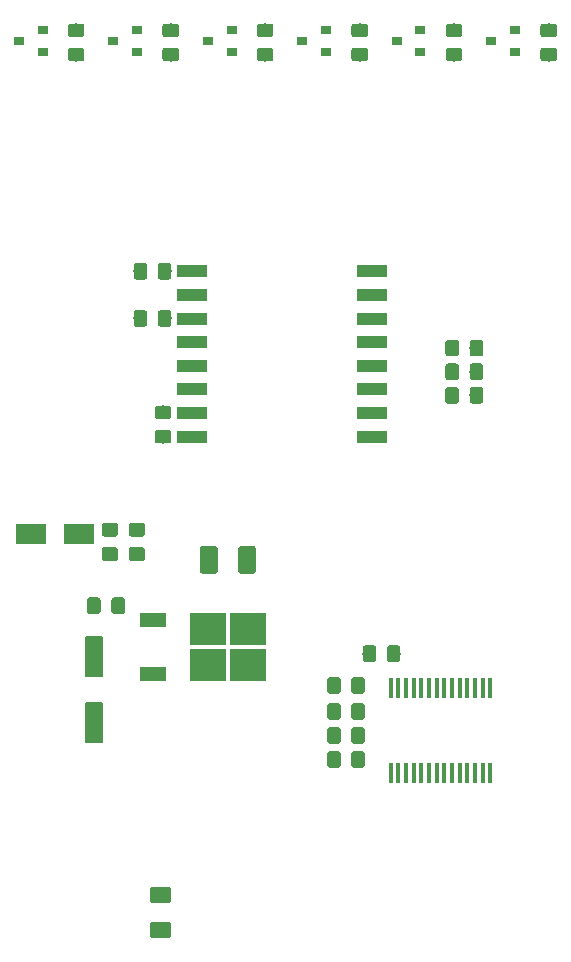
<source format=gbr>
G04 #@! TF.GenerationSoftware,KiCad,Pcbnew,(5.1.0)-1*
G04 #@! TF.CreationDate,2022-02-26T19:57:31-08:00*
G04 #@! TF.ProjectId,BITLINK_12F_R1,4249544c-494e-44b5-9f31-32465f52312e,rev?*
G04 #@! TF.SameCoordinates,PX7755c18PY8cd1ce0*
G04 #@! TF.FileFunction,Paste,Top*
G04 #@! TF.FilePolarity,Positive*
%FSLAX45Y45*%
G04 Gerber Fmt 4.5, Leading zero omitted, Abs format (unit mm)*
G04 Created by KiCad (PCBNEW (5.1.0)-1) date 2022-02-26 19:57:31*
%MOMM*%
%LPD*%
G04 APERTURE LIST*
%ADD10R,3.050000X2.750000*%
%ADD11R,2.200000X1.200000*%
%ADD12R,2.500000X1.000000*%
%ADD13C,0.100000*%
%ADD14C,1.600000*%
%ADD15R,0.900000X0.800000*%
%ADD16C,1.150000*%
%ADD17R,0.450000X1.750000*%
%ADD18C,1.425000*%
%ADD19C,1.500000*%
%ADD20R,2.500000X1.800000*%
G04 APERTURE END LIST*
D10*
X1786980Y2779520D03*
X2121980Y3084520D03*
X1786980Y3084520D03*
X2121980Y2779520D03*
D11*
X1324480Y2704020D03*
X1324480Y3160020D03*
D12*
X1653000Y6116000D03*
X1653000Y5916000D03*
X1653000Y5716000D03*
X1653000Y5516000D03*
X1653000Y5316000D03*
X1653000Y5116000D03*
X1653000Y4916000D03*
X1653000Y4716000D03*
X3173000Y4716000D03*
X3173000Y4916000D03*
X3173000Y5116000D03*
X3173000Y5316000D03*
X3173000Y5516000D03*
X3173000Y5716000D03*
X3173000Y5916000D03*
X3173000Y6116000D03*
D13*
G36*
X879270Y3028880D02*
G01*
X881697Y3028520D01*
X884077Y3027923D01*
X886387Y3027097D01*
X888605Y3026048D01*
X890709Y3024787D01*
X892680Y3023325D01*
X894498Y3021678D01*
X896145Y3019860D01*
X897607Y3017889D01*
X898868Y3015785D01*
X899917Y3013567D01*
X900743Y3011257D01*
X901340Y3008877D01*
X901700Y3006450D01*
X901820Y3004000D01*
X901820Y2704000D01*
X901700Y2701550D01*
X901340Y2699123D01*
X900743Y2696743D01*
X899917Y2694433D01*
X898868Y2692215D01*
X897607Y2690111D01*
X896145Y2688140D01*
X894498Y2686322D01*
X892680Y2684675D01*
X890709Y2683213D01*
X888605Y2681952D01*
X886387Y2680903D01*
X884077Y2680077D01*
X881697Y2679480D01*
X879270Y2679120D01*
X876820Y2679000D01*
X766820Y2679000D01*
X764370Y2679120D01*
X761943Y2679480D01*
X759563Y2680077D01*
X757253Y2680903D01*
X755035Y2681952D01*
X752931Y2683213D01*
X750960Y2684675D01*
X749142Y2686322D01*
X747495Y2688140D01*
X746033Y2690111D01*
X744772Y2692215D01*
X743723Y2694433D01*
X742896Y2696743D01*
X742300Y2699123D01*
X741940Y2701550D01*
X741820Y2704000D01*
X741820Y3004000D01*
X741940Y3006450D01*
X742300Y3008877D01*
X742896Y3011257D01*
X743723Y3013567D01*
X744772Y3015785D01*
X746033Y3017889D01*
X747495Y3019860D01*
X749142Y3021678D01*
X750960Y3023325D01*
X752931Y3024787D01*
X755035Y3026048D01*
X757253Y3027097D01*
X759563Y3027923D01*
X761943Y3028520D01*
X764370Y3028880D01*
X766820Y3029000D01*
X876820Y3029000D01*
X879270Y3028880D01*
X879270Y3028880D01*
G37*
D14*
X821820Y2854000D03*
D13*
G36*
X879270Y2468880D02*
G01*
X881697Y2468520D01*
X884077Y2467924D01*
X886387Y2467097D01*
X888605Y2466048D01*
X890709Y2464787D01*
X892680Y2463325D01*
X894498Y2461678D01*
X896145Y2459860D01*
X897607Y2457889D01*
X898868Y2455785D01*
X899917Y2453567D01*
X900743Y2451257D01*
X901340Y2448877D01*
X901700Y2446450D01*
X901820Y2444000D01*
X901820Y2144000D01*
X901700Y2141550D01*
X901340Y2139123D01*
X900743Y2136743D01*
X899917Y2134433D01*
X898868Y2132215D01*
X897607Y2130111D01*
X896145Y2128140D01*
X894498Y2126322D01*
X892680Y2124675D01*
X890709Y2123213D01*
X888605Y2121952D01*
X886387Y2120903D01*
X884077Y2120077D01*
X881697Y2119480D01*
X879270Y2119120D01*
X876820Y2119000D01*
X766820Y2119000D01*
X764370Y2119120D01*
X761943Y2119480D01*
X759563Y2120077D01*
X757253Y2120903D01*
X755035Y2121952D01*
X752931Y2123213D01*
X750960Y2124675D01*
X749142Y2126322D01*
X747495Y2128140D01*
X746033Y2130111D01*
X744772Y2132215D01*
X743723Y2134433D01*
X742896Y2136743D01*
X742300Y2139123D01*
X741940Y2141550D01*
X741820Y2144000D01*
X741820Y2444000D01*
X741940Y2446450D01*
X742300Y2448877D01*
X742896Y2451257D01*
X743723Y2453567D01*
X744772Y2455785D01*
X746033Y2457889D01*
X747495Y2459860D01*
X749142Y2461678D01*
X750960Y2463325D01*
X752931Y2464787D01*
X755035Y2466048D01*
X757253Y2467097D01*
X759563Y2467924D01*
X761943Y2468520D01*
X764370Y2468880D01*
X766820Y2469000D01*
X876820Y2469000D01*
X879270Y2468880D01*
X879270Y2468880D01*
G37*
D14*
X821820Y2294000D03*
D15*
X4186000Y8066000D03*
X4386000Y8161000D03*
X4386000Y7971000D03*
D13*
G36*
X2887870Y2053330D02*
G01*
X2890297Y2052970D01*
X2892677Y2052373D01*
X2894987Y2051547D01*
X2897205Y2050498D01*
X2899309Y2049237D01*
X2901280Y2047775D01*
X2903098Y2046128D01*
X2904745Y2044310D01*
X2906207Y2042339D01*
X2907468Y2040235D01*
X2908517Y2038017D01*
X2909343Y2035707D01*
X2909940Y2033327D01*
X2910300Y2030900D01*
X2910420Y2028450D01*
X2910420Y1938450D01*
X2910300Y1935999D01*
X2909940Y1933573D01*
X2909343Y1931193D01*
X2908517Y1928883D01*
X2907468Y1926665D01*
X2906207Y1924561D01*
X2904745Y1922590D01*
X2903098Y1920772D01*
X2901280Y1919125D01*
X2899309Y1917663D01*
X2897205Y1916402D01*
X2894987Y1915353D01*
X2892677Y1914526D01*
X2890297Y1913930D01*
X2887870Y1913570D01*
X2885420Y1913450D01*
X2820420Y1913450D01*
X2817969Y1913570D01*
X2815543Y1913930D01*
X2813163Y1914526D01*
X2810853Y1915353D01*
X2808635Y1916402D01*
X2806531Y1917663D01*
X2804560Y1919125D01*
X2802742Y1920772D01*
X2801095Y1922590D01*
X2799633Y1924561D01*
X2798372Y1926665D01*
X2797323Y1928883D01*
X2796496Y1931193D01*
X2795900Y1933573D01*
X2795540Y1935999D01*
X2795420Y1938450D01*
X2795420Y2028450D01*
X2795540Y2030900D01*
X2795900Y2033327D01*
X2796496Y2035707D01*
X2797323Y2038017D01*
X2798372Y2040235D01*
X2799633Y2042339D01*
X2801095Y2044310D01*
X2802742Y2046128D01*
X2804560Y2047775D01*
X2806531Y2049237D01*
X2808635Y2050498D01*
X2810853Y2051547D01*
X2813163Y2052373D01*
X2815543Y2052970D01*
X2817969Y2053330D01*
X2820420Y2053450D01*
X2885420Y2053450D01*
X2887870Y2053330D01*
X2887870Y2053330D01*
G37*
D16*
X2852920Y1983450D03*
D13*
G36*
X3092870Y2053330D02*
G01*
X3095297Y2052970D01*
X3097677Y2052373D01*
X3099987Y2051547D01*
X3102205Y2050498D01*
X3104309Y2049237D01*
X3106280Y2047775D01*
X3108098Y2046128D01*
X3109745Y2044310D01*
X3111207Y2042339D01*
X3112468Y2040235D01*
X3113517Y2038017D01*
X3114343Y2035707D01*
X3114940Y2033327D01*
X3115300Y2030900D01*
X3115420Y2028450D01*
X3115420Y1938450D01*
X3115300Y1935999D01*
X3114940Y1933573D01*
X3114343Y1931193D01*
X3113517Y1928883D01*
X3112468Y1926665D01*
X3111207Y1924561D01*
X3109745Y1922590D01*
X3108098Y1920772D01*
X3106280Y1919125D01*
X3104309Y1917663D01*
X3102205Y1916402D01*
X3099987Y1915353D01*
X3097677Y1914526D01*
X3095297Y1913930D01*
X3092870Y1913570D01*
X3090420Y1913450D01*
X3025420Y1913450D01*
X3022969Y1913570D01*
X3020543Y1913930D01*
X3018163Y1914526D01*
X3015853Y1915353D01*
X3013635Y1916402D01*
X3011531Y1917663D01*
X3009560Y1919125D01*
X3007742Y1920772D01*
X3006095Y1922590D01*
X3004633Y1924561D01*
X3003372Y1926665D01*
X3002323Y1928883D01*
X3001496Y1931193D01*
X3000900Y1933573D01*
X3000540Y1935999D01*
X3000420Y1938450D01*
X3000420Y2028450D01*
X3000540Y2030900D01*
X3000900Y2033327D01*
X3001496Y2035707D01*
X3002323Y2038017D01*
X3003372Y2040235D01*
X3004633Y2042339D01*
X3006095Y2044310D01*
X3007742Y2046128D01*
X3009560Y2047775D01*
X3011531Y2049237D01*
X3013635Y2050498D01*
X3015853Y2051547D01*
X3018163Y2052373D01*
X3020543Y2052970D01*
X3022969Y2053330D01*
X3025420Y2053450D01*
X3090420Y2053450D01*
X3092870Y2053330D01*
X3092870Y2053330D01*
G37*
D16*
X3057920Y1983450D03*
D13*
G36*
X855870Y3355080D02*
G01*
X858297Y3354720D01*
X860677Y3354123D01*
X862987Y3353297D01*
X865205Y3352248D01*
X867309Y3350987D01*
X869280Y3349525D01*
X871098Y3347878D01*
X872745Y3346060D01*
X874207Y3344089D01*
X875468Y3341985D01*
X876517Y3339767D01*
X877343Y3337457D01*
X877940Y3335077D01*
X878300Y3332650D01*
X878420Y3330200D01*
X878420Y3240200D01*
X878300Y3237749D01*
X877940Y3235323D01*
X877343Y3232943D01*
X876517Y3230633D01*
X875468Y3228415D01*
X874207Y3226311D01*
X872745Y3224340D01*
X871098Y3222522D01*
X869280Y3220875D01*
X867309Y3219413D01*
X865205Y3218152D01*
X862987Y3217103D01*
X860677Y3216276D01*
X858297Y3215680D01*
X855870Y3215320D01*
X853420Y3215200D01*
X788420Y3215200D01*
X785969Y3215320D01*
X783543Y3215680D01*
X781163Y3216276D01*
X778853Y3217103D01*
X776635Y3218152D01*
X774531Y3219413D01*
X772560Y3220875D01*
X770742Y3222522D01*
X769095Y3224340D01*
X767633Y3226311D01*
X766372Y3228415D01*
X765323Y3230633D01*
X764496Y3232943D01*
X763900Y3235323D01*
X763540Y3237749D01*
X763420Y3240200D01*
X763420Y3330200D01*
X763540Y3332650D01*
X763900Y3335077D01*
X764496Y3337457D01*
X765323Y3339767D01*
X766372Y3341985D01*
X767633Y3344089D01*
X769095Y3346060D01*
X770742Y3347878D01*
X772560Y3349525D01*
X774531Y3350987D01*
X776635Y3352248D01*
X778853Y3353297D01*
X781163Y3354123D01*
X783543Y3354720D01*
X785969Y3355080D01*
X788420Y3355200D01*
X853420Y3355200D01*
X855870Y3355080D01*
X855870Y3355080D01*
G37*
D16*
X820920Y3285200D03*
D13*
G36*
X1060871Y3355080D02*
G01*
X1063297Y3354720D01*
X1065677Y3354123D01*
X1067987Y3353297D01*
X1070205Y3352248D01*
X1072309Y3350987D01*
X1074280Y3349525D01*
X1076098Y3347878D01*
X1077745Y3346060D01*
X1079207Y3344089D01*
X1080468Y3341985D01*
X1081517Y3339767D01*
X1082344Y3337457D01*
X1082940Y3335077D01*
X1083300Y3332650D01*
X1083420Y3330200D01*
X1083420Y3240200D01*
X1083300Y3237749D01*
X1082940Y3235323D01*
X1082344Y3232943D01*
X1081517Y3230633D01*
X1080468Y3228415D01*
X1079207Y3226311D01*
X1077745Y3224340D01*
X1076098Y3222522D01*
X1074280Y3220875D01*
X1072309Y3219413D01*
X1070205Y3218152D01*
X1067987Y3217103D01*
X1065677Y3216276D01*
X1063297Y3215680D01*
X1060871Y3215320D01*
X1058420Y3215200D01*
X993420Y3215200D01*
X990969Y3215320D01*
X988543Y3215680D01*
X986163Y3216276D01*
X983853Y3217103D01*
X981635Y3218152D01*
X979531Y3219413D01*
X977560Y3220875D01*
X975742Y3222522D01*
X974095Y3224340D01*
X972633Y3226311D01*
X971372Y3228415D01*
X970323Y3230633D01*
X969496Y3232943D01*
X968900Y3235323D01*
X968540Y3237749D01*
X968420Y3240200D01*
X968420Y3330200D01*
X968540Y3332650D01*
X968900Y3335077D01*
X969496Y3337457D01*
X970323Y3339767D01*
X971372Y3341985D01*
X972633Y3344089D01*
X974095Y3346060D01*
X975742Y3347878D01*
X977560Y3349525D01*
X979531Y3350987D01*
X981635Y3352248D01*
X983853Y3353297D01*
X986163Y3354123D01*
X988543Y3354720D01*
X990969Y3355080D01*
X993420Y3355200D01*
X1058420Y3355200D01*
X1060871Y3355080D01*
X1060871Y3355080D01*
G37*
D16*
X1025920Y3285200D03*
D13*
G36*
X3092870Y2459730D02*
G01*
X3095297Y2459370D01*
X3097677Y2458774D01*
X3099987Y2457947D01*
X3102205Y2456898D01*
X3104309Y2455637D01*
X3106280Y2454175D01*
X3108098Y2452528D01*
X3109745Y2450710D01*
X3111207Y2448739D01*
X3112468Y2446635D01*
X3113517Y2444417D01*
X3114343Y2442107D01*
X3114940Y2439727D01*
X3115300Y2437301D01*
X3115420Y2434850D01*
X3115420Y2344850D01*
X3115300Y2342400D01*
X3114940Y2339973D01*
X3114343Y2337593D01*
X3113517Y2335283D01*
X3112468Y2333065D01*
X3111207Y2330961D01*
X3109745Y2328990D01*
X3108098Y2327172D01*
X3106280Y2325525D01*
X3104309Y2324063D01*
X3102205Y2322802D01*
X3099987Y2321753D01*
X3097677Y2320927D01*
X3095297Y2320330D01*
X3092870Y2319970D01*
X3090420Y2319850D01*
X3025420Y2319850D01*
X3022969Y2319970D01*
X3020543Y2320330D01*
X3018163Y2320927D01*
X3015853Y2321753D01*
X3013635Y2322802D01*
X3011531Y2324063D01*
X3009560Y2325525D01*
X3007742Y2327172D01*
X3006095Y2328990D01*
X3004633Y2330961D01*
X3003372Y2333065D01*
X3002323Y2335283D01*
X3001496Y2337593D01*
X3000900Y2339973D01*
X3000540Y2342400D01*
X3000420Y2344850D01*
X3000420Y2434850D01*
X3000540Y2437301D01*
X3000900Y2439727D01*
X3001496Y2442107D01*
X3002323Y2444417D01*
X3003372Y2446635D01*
X3004633Y2448739D01*
X3006095Y2450710D01*
X3007742Y2452528D01*
X3009560Y2454175D01*
X3011531Y2455637D01*
X3013635Y2456898D01*
X3015853Y2457947D01*
X3018163Y2458774D01*
X3020543Y2459370D01*
X3022969Y2459730D01*
X3025420Y2459850D01*
X3090420Y2459850D01*
X3092870Y2459730D01*
X3092870Y2459730D01*
G37*
D16*
X3057920Y2389850D03*
D13*
G36*
X2887870Y2459730D02*
G01*
X2890297Y2459370D01*
X2892677Y2458774D01*
X2894987Y2457947D01*
X2897205Y2456898D01*
X2899309Y2455637D01*
X2901280Y2454175D01*
X2903098Y2452528D01*
X2904745Y2450710D01*
X2906207Y2448739D01*
X2907468Y2446635D01*
X2908517Y2444417D01*
X2909343Y2442107D01*
X2909940Y2439727D01*
X2910300Y2437301D01*
X2910420Y2434850D01*
X2910420Y2344850D01*
X2910300Y2342400D01*
X2909940Y2339973D01*
X2909343Y2337593D01*
X2908517Y2335283D01*
X2907468Y2333065D01*
X2906207Y2330961D01*
X2904745Y2328990D01*
X2903098Y2327172D01*
X2901280Y2325525D01*
X2899309Y2324063D01*
X2897205Y2322802D01*
X2894987Y2321753D01*
X2892677Y2320927D01*
X2890297Y2320330D01*
X2887870Y2319970D01*
X2885420Y2319850D01*
X2820420Y2319850D01*
X2817969Y2319970D01*
X2815543Y2320330D01*
X2813163Y2320927D01*
X2810853Y2321753D01*
X2808635Y2322802D01*
X2806531Y2324063D01*
X2804560Y2325525D01*
X2802742Y2327172D01*
X2801095Y2328990D01*
X2799633Y2330961D01*
X2798372Y2333065D01*
X2797323Y2335283D01*
X2796496Y2337593D01*
X2795900Y2339973D01*
X2795540Y2342400D01*
X2795420Y2344850D01*
X2795420Y2434850D01*
X2795540Y2437301D01*
X2795900Y2439727D01*
X2796496Y2442107D01*
X2797323Y2444417D01*
X2798372Y2446635D01*
X2799633Y2448739D01*
X2801095Y2450710D01*
X2802742Y2452528D01*
X2804560Y2454175D01*
X2806531Y2455637D01*
X2808635Y2456898D01*
X2810853Y2457947D01*
X2813163Y2458774D01*
X2815543Y2459370D01*
X2817969Y2459730D01*
X2820420Y2459850D01*
X2885420Y2459850D01*
X2887870Y2459730D01*
X2887870Y2459730D01*
G37*
D16*
X2852920Y2389850D03*
D13*
G36*
X3092870Y2681030D02*
G01*
X3095297Y2680670D01*
X3097677Y2680074D01*
X3099987Y2679247D01*
X3102205Y2678198D01*
X3104309Y2676937D01*
X3106280Y2675475D01*
X3108098Y2673828D01*
X3109745Y2672010D01*
X3111207Y2670039D01*
X3112468Y2667935D01*
X3113517Y2665717D01*
X3114343Y2663407D01*
X3114940Y2661027D01*
X3115300Y2658601D01*
X3115420Y2656150D01*
X3115420Y2566150D01*
X3115300Y2563700D01*
X3114940Y2561273D01*
X3114343Y2558893D01*
X3113517Y2556583D01*
X3112468Y2554365D01*
X3111207Y2552261D01*
X3109745Y2550290D01*
X3108098Y2548472D01*
X3106280Y2546825D01*
X3104309Y2545363D01*
X3102205Y2544102D01*
X3099987Y2543053D01*
X3097677Y2542227D01*
X3095297Y2541630D01*
X3092870Y2541270D01*
X3090420Y2541150D01*
X3025420Y2541150D01*
X3022969Y2541270D01*
X3020543Y2541630D01*
X3018163Y2542227D01*
X3015853Y2543053D01*
X3013635Y2544102D01*
X3011531Y2545363D01*
X3009560Y2546825D01*
X3007742Y2548472D01*
X3006095Y2550290D01*
X3004633Y2552261D01*
X3003372Y2554365D01*
X3002323Y2556583D01*
X3001496Y2558893D01*
X3000900Y2561273D01*
X3000540Y2563700D01*
X3000420Y2566150D01*
X3000420Y2656150D01*
X3000540Y2658601D01*
X3000900Y2661027D01*
X3001496Y2663407D01*
X3002323Y2665717D01*
X3003372Y2667935D01*
X3004633Y2670039D01*
X3006095Y2672010D01*
X3007742Y2673828D01*
X3009560Y2675475D01*
X3011531Y2676937D01*
X3013635Y2678198D01*
X3015853Y2679247D01*
X3018163Y2680074D01*
X3020543Y2680670D01*
X3022969Y2681030D01*
X3025420Y2681150D01*
X3090420Y2681150D01*
X3092870Y2681030D01*
X3092870Y2681030D01*
G37*
D16*
X3057920Y2611150D03*
D13*
G36*
X2887870Y2681030D02*
G01*
X2890297Y2680670D01*
X2892677Y2680074D01*
X2894987Y2679247D01*
X2897205Y2678198D01*
X2899309Y2676937D01*
X2901280Y2675475D01*
X2903098Y2673828D01*
X2904745Y2672010D01*
X2906207Y2670039D01*
X2907468Y2667935D01*
X2908517Y2665717D01*
X2909343Y2663407D01*
X2909940Y2661027D01*
X2910300Y2658601D01*
X2910420Y2656150D01*
X2910420Y2566150D01*
X2910300Y2563700D01*
X2909940Y2561273D01*
X2909343Y2558893D01*
X2908517Y2556583D01*
X2907468Y2554365D01*
X2906207Y2552261D01*
X2904745Y2550290D01*
X2903098Y2548472D01*
X2901280Y2546825D01*
X2899309Y2545363D01*
X2897205Y2544102D01*
X2894987Y2543053D01*
X2892677Y2542227D01*
X2890297Y2541630D01*
X2887870Y2541270D01*
X2885420Y2541150D01*
X2820420Y2541150D01*
X2817969Y2541270D01*
X2815543Y2541630D01*
X2813163Y2542227D01*
X2810853Y2543053D01*
X2808635Y2544102D01*
X2806531Y2545363D01*
X2804560Y2546825D01*
X2802742Y2548472D01*
X2801095Y2550290D01*
X2799633Y2552261D01*
X2798372Y2554365D01*
X2797323Y2556583D01*
X2796496Y2558893D01*
X2795900Y2561273D01*
X2795540Y2563700D01*
X2795420Y2566150D01*
X2795420Y2656150D01*
X2795540Y2658601D01*
X2795900Y2661027D01*
X2796496Y2663407D01*
X2797323Y2665717D01*
X2798372Y2667935D01*
X2799633Y2670039D01*
X2801095Y2672010D01*
X2802742Y2673828D01*
X2804560Y2675475D01*
X2806531Y2676937D01*
X2808635Y2678198D01*
X2810853Y2679247D01*
X2813163Y2680074D01*
X2815543Y2680670D01*
X2817969Y2681030D01*
X2820420Y2681150D01*
X2885420Y2681150D01*
X2887870Y2681030D01*
X2887870Y2681030D01*
G37*
D16*
X2852920Y2611150D03*
D13*
G36*
X3092870Y2256530D02*
G01*
X3095297Y2256170D01*
X3097677Y2255574D01*
X3099987Y2254747D01*
X3102205Y2253698D01*
X3104309Y2252437D01*
X3106280Y2250975D01*
X3108098Y2249328D01*
X3109745Y2247510D01*
X3111207Y2245539D01*
X3112468Y2243435D01*
X3113517Y2241217D01*
X3114343Y2238907D01*
X3114940Y2236527D01*
X3115300Y2234101D01*
X3115420Y2231650D01*
X3115420Y2141650D01*
X3115300Y2139200D01*
X3114940Y2136773D01*
X3114343Y2134393D01*
X3113517Y2132083D01*
X3112468Y2129865D01*
X3111207Y2127761D01*
X3109745Y2125790D01*
X3108098Y2123972D01*
X3106280Y2122325D01*
X3104309Y2120863D01*
X3102205Y2119602D01*
X3099987Y2118553D01*
X3097677Y2117727D01*
X3095297Y2117130D01*
X3092870Y2116770D01*
X3090420Y2116650D01*
X3025420Y2116650D01*
X3022969Y2116770D01*
X3020543Y2117130D01*
X3018163Y2117727D01*
X3015853Y2118553D01*
X3013635Y2119602D01*
X3011531Y2120863D01*
X3009560Y2122325D01*
X3007742Y2123972D01*
X3006095Y2125790D01*
X3004633Y2127761D01*
X3003372Y2129865D01*
X3002323Y2132083D01*
X3001496Y2134393D01*
X3000900Y2136773D01*
X3000540Y2139200D01*
X3000420Y2141650D01*
X3000420Y2231650D01*
X3000540Y2234101D01*
X3000900Y2236527D01*
X3001496Y2238907D01*
X3002323Y2241217D01*
X3003372Y2243435D01*
X3004633Y2245539D01*
X3006095Y2247510D01*
X3007742Y2249328D01*
X3009560Y2250975D01*
X3011531Y2252437D01*
X3013635Y2253698D01*
X3015853Y2254747D01*
X3018163Y2255574D01*
X3020543Y2256170D01*
X3022969Y2256530D01*
X3025420Y2256650D01*
X3090420Y2256650D01*
X3092870Y2256530D01*
X3092870Y2256530D01*
G37*
D16*
X3057920Y2186650D03*
D13*
G36*
X2887870Y2256530D02*
G01*
X2890297Y2256170D01*
X2892677Y2255574D01*
X2894987Y2254747D01*
X2897205Y2253698D01*
X2899309Y2252437D01*
X2901280Y2250975D01*
X2903098Y2249328D01*
X2904745Y2247510D01*
X2906207Y2245539D01*
X2907468Y2243435D01*
X2908517Y2241217D01*
X2909343Y2238907D01*
X2909940Y2236527D01*
X2910300Y2234101D01*
X2910420Y2231650D01*
X2910420Y2141650D01*
X2910300Y2139200D01*
X2909940Y2136773D01*
X2909343Y2134393D01*
X2908517Y2132083D01*
X2907468Y2129865D01*
X2906207Y2127761D01*
X2904745Y2125790D01*
X2903098Y2123972D01*
X2901280Y2122325D01*
X2899309Y2120863D01*
X2897205Y2119602D01*
X2894987Y2118553D01*
X2892677Y2117727D01*
X2890297Y2117130D01*
X2887870Y2116770D01*
X2885420Y2116650D01*
X2820420Y2116650D01*
X2817969Y2116770D01*
X2815543Y2117130D01*
X2813163Y2117727D01*
X2810853Y2118553D01*
X2808635Y2119602D01*
X2806531Y2120863D01*
X2804560Y2122325D01*
X2802742Y2123972D01*
X2801095Y2125790D01*
X2799633Y2127761D01*
X2798372Y2129865D01*
X2797323Y2132083D01*
X2796496Y2134393D01*
X2795900Y2136773D01*
X2795540Y2139200D01*
X2795420Y2141650D01*
X2795420Y2231650D01*
X2795540Y2234101D01*
X2795900Y2236527D01*
X2796496Y2238907D01*
X2797323Y2241217D01*
X2798372Y2243435D01*
X2799633Y2245539D01*
X2801095Y2247510D01*
X2802742Y2249328D01*
X2804560Y2250975D01*
X2806531Y2252437D01*
X2808635Y2253698D01*
X2810853Y2254747D01*
X2813163Y2255574D01*
X2815543Y2256170D01*
X2817969Y2256530D01*
X2820420Y2256650D01*
X2885420Y2256650D01*
X2887870Y2256530D01*
X2887870Y2256530D01*
G37*
D16*
X2852920Y2186650D03*
D15*
X3586000Y7971000D03*
X3586000Y8161000D03*
X3386000Y8066000D03*
X2586000Y8066000D03*
X2786000Y8161000D03*
X2786000Y7971000D03*
X1786000Y8066000D03*
X1986000Y8161000D03*
X1986000Y7971000D03*
X1186000Y7971000D03*
X1186000Y8161000D03*
X986000Y8066000D03*
X386000Y7971000D03*
X386000Y8161000D03*
X186000Y8066000D03*
D13*
G36*
X1454570Y6185910D02*
G01*
X1456997Y6185550D01*
X1459377Y6184953D01*
X1461687Y6184127D01*
X1463905Y6183078D01*
X1466009Y6181817D01*
X1467980Y6180355D01*
X1469798Y6178708D01*
X1471445Y6176890D01*
X1472907Y6174919D01*
X1474168Y6172815D01*
X1475217Y6170597D01*
X1476043Y6168287D01*
X1476640Y6165907D01*
X1477000Y6163480D01*
X1477120Y6161030D01*
X1477120Y6071030D01*
X1477000Y6068579D01*
X1476640Y6066153D01*
X1476043Y6063773D01*
X1475217Y6061463D01*
X1474168Y6059245D01*
X1472907Y6057141D01*
X1471445Y6055170D01*
X1469798Y6053352D01*
X1467980Y6051705D01*
X1466009Y6050243D01*
X1463905Y6048982D01*
X1461687Y6047933D01*
X1459377Y6047106D01*
X1456997Y6046510D01*
X1454570Y6046150D01*
X1452120Y6046030D01*
X1387120Y6046030D01*
X1384670Y6046150D01*
X1382243Y6046510D01*
X1379863Y6047106D01*
X1377553Y6047933D01*
X1375335Y6048982D01*
X1373231Y6050243D01*
X1371260Y6051705D01*
X1369442Y6053352D01*
X1367795Y6055170D01*
X1366333Y6057141D01*
X1365072Y6059245D01*
X1364023Y6061463D01*
X1363197Y6063773D01*
X1362600Y6066153D01*
X1362240Y6068579D01*
X1362120Y6071030D01*
X1362120Y6161030D01*
X1362240Y6163480D01*
X1362600Y6165907D01*
X1363197Y6168287D01*
X1364023Y6170597D01*
X1365072Y6172815D01*
X1366333Y6174919D01*
X1367795Y6176890D01*
X1369442Y6178708D01*
X1371260Y6180355D01*
X1373231Y6181817D01*
X1375335Y6183078D01*
X1377553Y6184127D01*
X1379863Y6184953D01*
X1382243Y6185550D01*
X1384670Y6185910D01*
X1387120Y6186030D01*
X1452120Y6186030D01*
X1454570Y6185910D01*
X1454570Y6185910D01*
G37*
D16*
X1419620Y6116030D03*
D13*
G36*
X1249571Y6185910D02*
G01*
X1251997Y6185550D01*
X1254377Y6184953D01*
X1256687Y6184127D01*
X1258905Y6183078D01*
X1261009Y6181817D01*
X1262980Y6180355D01*
X1264798Y6178708D01*
X1266445Y6176890D01*
X1267907Y6174919D01*
X1269168Y6172815D01*
X1270217Y6170597D01*
X1271044Y6168287D01*
X1271640Y6165907D01*
X1272000Y6163480D01*
X1272120Y6161030D01*
X1272120Y6071030D01*
X1272000Y6068579D01*
X1271640Y6066153D01*
X1271044Y6063773D01*
X1270217Y6061463D01*
X1269168Y6059245D01*
X1267907Y6057141D01*
X1266445Y6055170D01*
X1264798Y6053352D01*
X1262980Y6051705D01*
X1261009Y6050243D01*
X1258905Y6048982D01*
X1256687Y6047933D01*
X1254377Y6047106D01*
X1251997Y6046510D01*
X1249571Y6046150D01*
X1247120Y6046030D01*
X1182120Y6046030D01*
X1179670Y6046150D01*
X1177243Y6046510D01*
X1174863Y6047106D01*
X1172553Y6047933D01*
X1170335Y6048982D01*
X1168231Y6050243D01*
X1166260Y6051705D01*
X1164442Y6053352D01*
X1162795Y6055170D01*
X1161333Y6057141D01*
X1160072Y6059245D01*
X1159023Y6061463D01*
X1158197Y6063773D01*
X1157600Y6066153D01*
X1157240Y6068579D01*
X1157120Y6071030D01*
X1157120Y6161030D01*
X1157240Y6163480D01*
X1157600Y6165907D01*
X1158197Y6168287D01*
X1159023Y6170597D01*
X1160072Y6172815D01*
X1161333Y6174919D01*
X1162795Y6176890D01*
X1164442Y6178708D01*
X1166260Y6180355D01*
X1168231Y6181817D01*
X1170335Y6183078D01*
X1172553Y6184127D01*
X1174863Y6184953D01*
X1177243Y6185550D01*
X1179670Y6185910D01*
X1182120Y6186030D01*
X1247120Y6186030D01*
X1249571Y6185910D01*
X1249571Y6185910D01*
G37*
D16*
X1214620Y6116030D03*
D13*
G36*
X1249571Y5787130D02*
G01*
X1251997Y5786770D01*
X1254377Y5786173D01*
X1256687Y5785347D01*
X1258905Y5784298D01*
X1261009Y5783037D01*
X1262980Y5781575D01*
X1264798Y5779928D01*
X1266445Y5778110D01*
X1267907Y5776139D01*
X1269168Y5774035D01*
X1270217Y5771817D01*
X1271044Y5769507D01*
X1271640Y5767127D01*
X1272000Y5764700D01*
X1272120Y5762250D01*
X1272120Y5672250D01*
X1272000Y5669799D01*
X1271640Y5667373D01*
X1271044Y5664993D01*
X1270217Y5662683D01*
X1269168Y5660465D01*
X1267907Y5658361D01*
X1266445Y5656390D01*
X1264798Y5654572D01*
X1262980Y5652925D01*
X1261009Y5651463D01*
X1258905Y5650202D01*
X1256687Y5649153D01*
X1254377Y5648326D01*
X1251997Y5647730D01*
X1249571Y5647370D01*
X1247120Y5647250D01*
X1182120Y5647250D01*
X1179670Y5647370D01*
X1177243Y5647730D01*
X1174863Y5648326D01*
X1172553Y5649153D01*
X1170335Y5650202D01*
X1168231Y5651463D01*
X1166260Y5652925D01*
X1164442Y5654572D01*
X1162795Y5656390D01*
X1161333Y5658361D01*
X1160072Y5660465D01*
X1159023Y5662683D01*
X1158197Y5664993D01*
X1157600Y5667373D01*
X1157240Y5669799D01*
X1157120Y5672250D01*
X1157120Y5762250D01*
X1157240Y5764700D01*
X1157600Y5767127D01*
X1158197Y5769507D01*
X1159023Y5771817D01*
X1160072Y5774035D01*
X1161333Y5776139D01*
X1162795Y5778110D01*
X1164442Y5779928D01*
X1166260Y5781575D01*
X1168231Y5783037D01*
X1170335Y5784298D01*
X1172553Y5785347D01*
X1174863Y5786173D01*
X1177243Y5786770D01*
X1179670Y5787130D01*
X1182120Y5787250D01*
X1247120Y5787250D01*
X1249571Y5787130D01*
X1249571Y5787130D01*
G37*
D16*
X1214620Y5717250D03*
D13*
G36*
X1454570Y5787130D02*
G01*
X1456997Y5786770D01*
X1459377Y5786173D01*
X1461687Y5785347D01*
X1463905Y5784298D01*
X1466009Y5783037D01*
X1467980Y5781575D01*
X1469798Y5779928D01*
X1471445Y5778110D01*
X1472907Y5776139D01*
X1474168Y5774035D01*
X1475217Y5771817D01*
X1476043Y5769507D01*
X1476640Y5767127D01*
X1477000Y5764700D01*
X1477120Y5762250D01*
X1477120Y5672250D01*
X1477000Y5669799D01*
X1476640Y5667373D01*
X1476043Y5664993D01*
X1475217Y5662683D01*
X1474168Y5660465D01*
X1472907Y5658361D01*
X1471445Y5656390D01*
X1469798Y5654572D01*
X1467980Y5652925D01*
X1466009Y5651463D01*
X1463905Y5650202D01*
X1461687Y5649153D01*
X1459377Y5648326D01*
X1456997Y5647730D01*
X1454570Y5647370D01*
X1452120Y5647250D01*
X1387120Y5647250D01*
X1384670Y5647370D01*
X1382243Y5647730D01*
X1379863Y5648326D01*
X1377553Y5649153D01*
X1375335Y5650202D01*
X1373231Y5651463D01*
X1371260Y5652925D01*
X1369442Y5654572D01*
X1367795Y5656390D01*
X1366333Y5658361D01*
X1365072Y5660465D01*
X1364023Y5662683D01*
X1363197Y5664993D01*
X1362600Y5667373D01*
X1362240Y5669799D01*
X1362120Y5672250D01*
X1362120Y5762250D01*
X1362240Y5764700D01*
X1362600Y5767127D01*
X1363197Y5769507D01*
X1364023Y5771817D01*
X1365072Y5774035D01*
X1366333Y5776139D01*
X1367795Y5778110D01*
X1369442Y5779928D01*
X1371260Y5781575D01*
X1373231Y5783037D01*
X1375335Y5784298D01*
X1377553Y5785347D01*
X1379863Y5786173D01*
X1382243Y5786770D01*
X1384670Y5787130D01*
X1387120Y5787250D01*
X1452120Y5787250D01*
X1454570Y5787130D01*
X1454570Y5787130D01*
G37*
D16*
X1419620Y5717250D03*
D13*
G36*
X3889270Y5535880D02*
G01*
X3891697Y5535520D01*
X3894077Y5534924D01*
X3896387Y5534097D01*
X3898605Y5533048D01*
X3900709Y5531787D01*
X3902680Y5530325D01*
X3904498Y5528678D01*
X3906145Y5526860D01*
X3907607Y5524889D01*
X3908868Y5522785D01*
X3909917Y5520567D01*
X3910743Y5518257D01*
X3911340Y5515877D01*
X3911700Y5513451D01*
X3911820Y5511000D01*
X3911820Y5421000D01*
X3911700Y5418550D01*
X3911340Y5416123D01*
X3910743Y5413743D01*
X3909917Y5411433D01*
X3908868Y5409215D01*
X3907607Y5407111D01*
X3906145Y5405140D01*
X3904498Y5403322D01*
X3902680Y5401675D01*
X3900709Y5400213D01*
X3898605Y5398952D01*
X3896387Y5397903D01*
X3894077Y5397077D01*
X3891697Y5396480D01*
X3889270Y5396120D01*
X3886820Y5396000D01*
X3821820Y5396000D01*
X3819369Y5396120D01*
X3816943Y5396480D01*
X3814563Y5397077D01*
X3812253Y5397903D01*
X3810035Y5398952D01*
X3807931Y5400213D01*
X3805960Y5401675D01*
X3804142Y5403322D01*
X3802495Y5405140D01*
X3801033Y5407111D01*
X3799772Y5409215D01*
X3798723Y5411433D01*
X3797896Y5413743D01*
X3797300Y5416123D01*
X3796940Y5418550D01*
X3796820Y5421000D01*
X3796820Y5511000D01*
X3796940Y5513451D01*
X3797300Y5515877D01*
X3797896Y5518257D01*
X3798723Y5520567D01*
X3799772Y5522785D01*
X3801033Y5524889D01*
X3802495Y5526860D01*
X3804142Y5528678D01*
X3805960Y5530325D01*
X3807931Y5531787D01*
X3810035Y5533048D01*
X3812253Y5534097D01*
X3814563Y5534924D01*
X3816943Y5535520D01*
X3819369Y5535880D01*
X3821820Y5536000D01*
X3886820Y5536000D01*
X3889270Y5535880D01*
X3889270Y5535880D01*
G37*
D16*
X3854320Y5466000D03*
D13*
G36*
X4094270Y5535880D02*
G01*
X4096697Y5535520D01*
X4099077Y5534924D01*
X4101387Y5534097D01*
X4103605Y5533048D01*
X4105709Y5531787D01*
X4107680Y5530325D01*
X4109498Y5528678D01*
X4111145Y5526860D01*
X4112607Y5524889D01*
X4113868Y5522785D01*
X4114917Y5520567D01*
X4115743Y5518257D01*
X4116340Y5515877D01*
X4116700Y5513451D01*
X4116820Y5511000D01*
X4116820Y5421000D01*
X4116700Y5418550D01*
X4116340Y5416123D01*
X4115743Y5413743D01*
X4114917Y5411433D01*
X4113868Y5409215D01*
X4112607Y5407111D01*
X4111145Y5405140D01*
X4109498Y5403322D01*
X4107680Y5401675D01*
X4105709Y5400213D01*
X4103605Y5398952D01*
X4101387Y5397903D01*
X4099077Y5397077D01*
X4096697Y5396480D01*
X4094270Y5396120D01*
X4091820Y5396000D01*
X4026820Y5396000D01*
X4024369Y5396120D01*
X4021943Y5396480D01*
X4019563Y5397077D01*
X4017253Y5397903D01*
X4015035Y5398952D01*
X4012931Y5400213D01*
X4010960Y5401675D01*
X4009142Y5403322D01*
X4007495Y5405140D01*
X4006033Y5407111D01*
X4004772Y5409215D01*
X4003723Y5411433D01*
X4002896Y5413743D01*
X4002300Y5416123D01*
X4001940Y5418550D01*
X4001820Y5421000D01*
X4001820Y5511000D01*
X4001940Y5513451D01*
X4002300Y5515877D01*
X4002896Y5518257D01*
X4003723Y5520567D01*
X4004772Y5522785D01*
X4006033Y5524889D01*
X4007495Y5526860D01*
X4009142Y5528678D01*
X4010960Y5530325D01*
X4012931Y5531787D01*
X4015035Y5533048D01*
X4017253Y5534097D01*
X4019563Y5534924D01*
X4021943Y5535520D01*
X4024369Y5535880D01*
X4026820Y5536000D01*
X4091820Y5536000D01*
X4094270Y5535880D01*
X4094270Y5535880D01*
G37*
D16*
X4059320Y5466000D03*
D13*
G36*
X3889270Y5335880D02*
G01*
X3891697Y5335520D01*
X3894077Y5334924D01*
X3896387Y5334097D01*
X3898605Y5333048D01*
X3900709Y5331787D01*
X3902680Y5330325D01*
X3904498Y5328678D01*
X3906145Y5326860D01*
X3907607Y5324889D01*
X3908868Y5322785D01*
X3909917Y5320567D01*
X3910743Y5318257D01*
X3911340Y5315877D01*
X3911700Y5313451D01*
X3911820Y5311000D01*
X3911820Y5221000D01*
X3911700Y5218550D01*
X3911340Y5216123D01*
X3910743Y5213743D01*
X3909917Y5211433D01*
X3908868Y5209215D01*
X3907607Y5207111D01*
X3906145Y5205140D01*
X3904498Y5203322D01*
X3902680Y5201675D01*
X3900709Y5200213D01*
X3898605Y5198952D01*
X3896387Y5197903D01*
X3894077Y5197077D01*
X3891697Y5196480D01*
X3889270Y5196120D01*
X3886820Y5196000D01*
X3821820Y5196000D01*
X3819369Y5196120D01*
X3816943Y5196480D01*
X3814563Y5197077D01*
X3812253Y5197903D01*
X3810035Y5198952D01*
X3807931Y5200213D01*
X3805960Y5201675D01*
X3804142Y5203322D01*
X3802495Y5205140D01*
X3801033Y5207111D01*
X3799772Y5209215D01*
X3798723Y5211433D01*
X3797896Y5213743D01*
X3797300Y5216123D01*
X3796940Y5218550D01*
X3796820Y5221000D01*
X3796820Y5311000D01*
X3796940Y5313451D01*
X3797300Y5315877D01*
X3797896Y5318257D01*
X3798723Y5320567D01*
X3799772Y5322785D01*
X3801033Y5324889D01*
X3802495Y5326860D01*
X3804142Y5328678D01*
X3805960Y5330325D01*
X3807931Y5331787D01*
X3810035Y5333048D01*
X3812253Y5334097D01*
X3814563Y5334924D01*
X3816943Y5335520D01*
X3819369Y5335880D01*
X3821820Y5336000D01*
X3886820Y5336000D01*
X3889270Y5335880D01*
X3889270Y5335880D01*
G37*
D16*
X3854320Y5266000D03*
D13*
G36*
X4094270Y5335880D02*
G01*
X4096697Y5335520D01*
X4099077Y5334924D01*
X4101387Y5334097D01*
X4103605Y5333048D01*
X4105709Y5331787D01*
X4107680Y5330325D01*
X4109498Y5328678D01*
X4111145Y5326860D01*
X4112607Y5324889D01*
X4113868Y5322785D01*
X4114917Y5320567D01*
X4115743Y5318257D01*
X4116340Y5315877D01*
X4116700Y5313451D01*
X4116820Y5311000D01*
X4116820Y5221000D01*
X4116700Y5218550D01*
X4116340Y5216123D01*
X4115743Y5213743D01*
X4114917Y5211433D01*
X4113868Y5209215D01*
X4112607Y5207111D01*
X4111145Y5205140D01*
X4109498Y5203322D01*
X4107680Y5201675D01*
X4105709Y5200213D01*
X4103605Y5198952D01*
X4101387Y5197903D01*
X4099077Y5197077D01*
X4096697Y5196480D01*
X4094270Y5196120D01*
X4091820Y5196000D01*
X4026820Y5196000D01*
X4024369Y5196120D01*
X4021943Y5196480D01*
X4019563Y5197077D01*
X4017253Y5197903D01*
X4015035Y5198952D01*
X4012931Y5200213D01*
X4010960Y5201675D01*
X4009142Y5203322D01*
X4007495Y5205140D01*
X4006033Y5207111D01*
X4004772Y5209215D01*
X4003723Y5211433D01*
X4002896Y5213743D01*
X4002300Y5216123D01*
X4001940Y5218550D01*
X4001820Y5221000D01*
X4001820Y5311000D01*
X4001940Y5313451D01*
X4002300Y5315877D01*
X4002896Y5318257D01*
X4003723Y5320567D01*
X4004772Y5322785D01*
X4006033Y5324889D01*
X4007495Y5326860D01*
X4009142Y5328678D01*
X4010960Y5330325D01*
X4012931Y5331787D01*
X4015035Y5333048D01*
X4017253Y5334097D01*
X4019563Y5334924D01*
X4021943Y5335520D01*
X4024369Y5335880D01*
X4026820Y5336000D01*
X4091820Y5336000D01*
X4094270Y5335880D01*
X4094270Y5335880D01*
G37*
D16*
X4059320Y5266000D03*
D13*
G36*
X3889270Y5135880D02*
G01*
X3891697Y5135520D01*
X3894077Y5134924D01*
X3896387Y5134097D01*
X3898605Y5133048D01*
X3900709Y5131787D01*
X3902680Y5130325D01*
X3904498Y5128678D01*
X3906145Y5126860D01*
X3907607Y5124889D01*
X3908868Y5122785D01*
X3909917Y5120567D01*
X3910743Y5118257D01*
X3911340Y5115877D01*
X3911700Y5113451D01*
X3911820Y5111000D01*
X3911820Y5021000D01*
X3911700Y5018550D01*
X3911340Y5016123D01*
X3910743Y5013743D01*
X3909917Y5011433D01*
X3908868Y5009215D01*
X3907607Y5007111D01*
X3906145Y5005140D01*
X3904498Y5003322D01*
X3902680Y5001675D01*
X3900709Y5000213D01*
X3898605Y4998952D01*
X3896387Y4997903D01*
X3894077Y4997077D01*
X3891697Y4996480D01*
X3889270Y4996120D01*
X3886820Y4996000D01*
X3821820Y4996000D01*
X3819369Y4996120D01*
X3816943Y4996480D01*
X3814563Y4997077D01*
X3812253Y4997903D01*
X3810035Y4998952D01*
X3807931Y5000213D01*
X3805960Y5001675D01*
X3804142Y5003322D01*
X3802495Y5005140D01*
X3801033Y5007111D01*
X3799772Y5009215D01*
X3798723Y5011433D01*
X3797896Y5013743D01*
X3797300Y5016123D01*
X3796940Y5018550D01*
X3796820Y5021000D01*
X3796820Y5111000D01*
X3796940Y5113451D01*
X3797300Y5115877D01*
X3797896Y5118257D01*
X3798723Y5120567D01*
X3799772Y5122785D01*
X3801033Y5124889D01*
X3802495Y5126860D01*
X3804142Y5128678D01*
X3805960Y5130325D01*
X3807931Y5131787D01*
X3810035Y5133048D01*
X3812253Y5134097D01*
X3814563Y5134924D01*
X3816943Y5135520D01*
X3819369Y5135880D01*
X3821820Y5136000D01*
X3886820Y5136000D01*
X3889270Y5135880D01*
X3889270Y5135880D01*
G37*
D16*
X3854320Y5066000D03*
D13*
G36*
X4094270Y5135880D02*
G01*
X4096697Y5135520D01*
X4099077Y5134924D01*
X4101387Y5134097D01*
X4103605Y5133048D01*
X4105709Y5131787D01*
X4107680Y5130325D01*
X4109498Y5128678D01*
X4111145Y5126860D01*
X4112607Y5124889D01*
X4113868Y5122785D01*
X4114917Y5120567D01*
X4115743Y5118257D01*
X4116340Y5115877D01*
X4116700Y5113451D01*
X4116820Y5111000D01*
X4116820Y5021000D01*
X4116700Y5018550D01*
X4116340Y5016123D01*
X4115743Y5013743D01*
X4114917Y5011433D01*
X4113868Y5009215D01*
X4112607Y5007111D01*
X4111145Y5005140D01*
X4109498Y5003322D01*
X4107680Y5001675D01*
X4105709Y5000213D01*
X4103605Y4998952D01*
X4101387Y4997903D01*
X4099077Y4997077D01*
X4096697Y4996480D01*
X4094270Y4996120D01*
X4091820Y4996000D01*
X4026820Y4996000D01*
X4024369Y4996120D01*
X4021943Y4996480D01*
X4019563Y4997077D01*
X4017253Y4997903D01*
X4015035Y4998952D01*
X4012931Y5000213D01*
X4010960Y5001675D01*
X4009142Y5003322D01*
X4007495Y5005140D01*
X4006033Y5007111D01*
X4004772Y5009215D01*
X4003723Y5011433D01*
X4002896Y5013743D01*
X4002300Y5016123D01*
X4001940Y5018550D01*
X4001820Y5021000D01*
X4001820Y5111000D01*
X4001940Y5113451D01*
X4002300Y5115877D01*
X4002896Y5118257D01*
X4003723Y5120567D01*
X4004772Y5122785D01*
X4006033Y5124889D01*
X4007495Y5126860D01*
X4009142Y5128678D01*
X4010960Y5130325D01*
X4012931Y5131787D01*
X4015035Y5133048D01*
X4017253Y5134097D01*
X4019563Y5134924D01*
X4021943Y5135520D01*
X4024369Y5135880D01*
X4026820Y5136000D01*
X4091820Y5136000D01*
X4094270Y5135880D01*
X4094270Y5135880D01*
G37*
D16*
X4059320Y5066000D03*
D13*
G36*
X4717931Y8214120D02*
G01*
X4720357Y8213760D01*
X4722737Y8213163D01*
X4725047Y8212337D01*
X4727265Y8211288D01*
X4729369Y8210027D01*
X4731340Y8208565D01*
X4733158Y8206918D01*
X4734805Y8205100D01*
X4736267Y8203129D01*
X4737528Y8201025D01*
X4738577Y8198807D01*
X4739404Y8196497D01*
X4740000Y8194117D01*
X4740360Y8191690D01*
X4740480Y8189240D01*
X4740480Y8124240D01*
X4740360Y8121789D01*
X4740000Y8119363D01*
X4739404Y8116983D01*
X4738577Y8114673D01*
X4737528Y8112455D01*
X4736267Y8110351D01*
X4734805Y8108380D01*
X4733158Y8106562D01*
X4731340Y8104915D01*
X4729369Y8103453D01*
X4727265Y8102192D01*
X4725047Y8101143D01*
X4722737Y8100316D01*
X4720357Y8099720D01*
X4717931Y8099360D01*
X4715480Y8099240D01*
X4625480Y8099240D01*
X4623030Y8099360D01*
X4620603Y8099720D01*
X4618223Y8100316D01*
X4615913Y8101143D01*
X4613695Y8102192D01*
X4611591Y8103453D01*
X4609620Y8104915D01*
X4607802Y8106562D01*
X4606155Y8108380D01*
X4604693Y8110351D01*
X4603432Y8112455D01*
X4602383Y8114673D01*
X4601557Y8116983D01*
X4600960Y8119363D01*
X4600600Y8121789D01*
X4600480Y8124240D01*
X4600480Y8189240D01*
X4600600Y8191690D01*
X4600960Y8194117D01*
X4601557Y8196497D01*
X4602383Y8198807D01*
X4603432Y8201025D01*
X4604693Y8203129D01*
X4606155Y8205100D01*
X4607802Y8206918D01*
X4609620Y8208565D01*
X4611591Y8210027D01*
X4613695Y8211288D01*
X4615913Y8212337D01*
X4618223Y8213163D01*
X4620603Y8213760D01*
X4623030Y8214120D01*
X4625480Y8214240D01*
X4715480Y8214240D01*
X4717931Y8214120D01*
X4717931Y8214120D01*
G37*
D16*
X4670480Y8156740D03*
D13*
G36*
X4717931Y8009120D02*
G01*
X4720357Y8008760D01*
X4722737Y8008163D01*
X4725047Y8007337D01*
X4727265Y8006288D01*
X4729369Y8005027D01*
X4731340Y8003565D01*
X4733158Y8001918D01*
X4734805Y8000100D01*
X4736267Y7998129D01*
X4737528Y7996025D01*
X4738577Y7993807D01*
X4739404Y7991497D01*
X4740000Y7989117D01*
X4740360Y7986690D01*
X4740480Y7984240D01*
X4740480Y7919240D01*
X4740360Y7916789D01*
X4740000Y7914363D01*
X4739404Y7911983D01*
X4738577Y7909673D01*
X4737528Y7907455D01*
X4736267Y7905351D01*
X4734805Y7903380D01*
X4733158Y7901562D01*
X4731340Y7899915D01*
X4729369Y7898453D01*
X4727265Y7897192D01*
X4725047Y7896143D01*
X4722737Y7895316D01*
X4720357Y7894720D01*
X4717931Y7894360D01*
X4715480Y7894240D01*
X4625480Y7894240D01*
X4623030Y7894360D01*
X4620603Y7894720D01*
X4618223Y7895316D01*
X4615913Y7896143D01*
X4613695Y7897192D01*
X4611591Y7898453D01*
X4609620Y7899915D01*
X4607802Y7901562D01*
X4606155Y7903380D01*
X4604693Y7905351D01*
X4603432Y7907455D01*
X4602383Y7909673D01*
X4601557Y7911983D01*
X4600960Y7914363D01*
X4600600Y7916789D01*
X4600480Y7919240D01*
X4600480Y7984240D01*
X4600600Y7986690D01*
X4600960Y7989117D01*
X4601557Y7991497D01*
X4602383Y7993807D01*
X4603432Y7996025D01*
X4604693Y7998129D01*
X4606155Y8000100D01*
X4607802Y8001918D01*
X4609620Y8003565D01*
X4611591Y8005027D01*
X4613695Y8006288D01*
X4615913Y8007337D01*
X4618223Y8008163D01*
X4620603Y8008760D01*
X4623030Y8009120D01*
X4625480Y8009240D01*
X4715480Y8009240D01*
X4717931Y8009120D01*
X4717931Y8009120D01*
G37*
D16*
X4670480Y7951740D03*
D13*
G36*
X3917930Y8009120D02*
G01*
X3920357Y8008760D01*
X3922737Y8008163D01*
X3925047Y8007337D01*
X3927265Y8006288D01*
X3929369Y8005027D01*
X3931340Y8003565D01*
X3933158Y8001918D01*
X3934805Y8000100D01*
X3936267Y7998129D01*
X3937528Y7996025D01*
X3938577Y7993807D01*
X3939403Y7991497D01*
X3940000Y7989117D01*
X3940360Y7986690D01*
X3940480Y7984240D01*
X3940480Y7919240D01*
X3940360Y7916789D01*
X3940000Y7914363D01*
X3939403Y7911983D01*
X3938577Y7909673D01*
X3937528Y7907455D01*
X3936267Y7905351D01*
X3934805Y7903380D01*
X3933158Y7901562D01*
X3931340Y7899915D01*
X3929369Y7898453D01*
X3927265Y7897192D01*
X3925047Y7896143D01*
X3922737Y7895316D01*
X3920357Y7894720D01*
X3917930Y7894360D01*
X3915480Y7894240D01*
X3825480Y7894240D01*
X3823029Y7894360D01*
X3820603Y7894720D01*
X3818223Y7895316D01*
X3815913Y7896143D01*
X3813695Y7897192D01*
X3811591Y7898453D01*
X3809620Y7899915D01*
X3807802Y7901562D01*
X3806155Y7903380D01*
X3804693Y7905351D01*
X3803432Y7907455D01*
X3802383Y7909673D01*
X3801556Y7911983D01*
X3800960Y7914363D01*
X3800600Y7916789D01*
X3800480Y7919240D01*
X3800480Y7984240D01*
X3800600Y7986690D01*
X3800960Y7989117D01*
X3801556Y7991497D01*
X3802383Y7993807D01*
X3803432Y7996025D01*
X3804693Y7998129D01*
X3806155Y8000100D01*
X3807802Y8001918D01*
X3809620Y8003565D01*
X3811591Y8005027D01*
X3813695Y8006288D01*
X3815913Y8007337D01*
X3818223Y8008163D01*
X3820603Y8008760D01*
X3823029Y8009120D01*
X3825480Y8009240D01*
X3915480Y8009240D01*
X3917930Y8009120D01*
X3917930Y8009120D01*
G37*
D16*
X3870480Y7951740D03*
D13*
G36*
X3917930Y8214120D02*
G01*
X3920357Y8213760D01*
X3922737Y8213163D01*
X3925047Y8212337D01*
X3927265Y8211288D01*
X3929369Y8210027D01*
X3931340Y8208565D01*
X3933158Y8206918D01*
X3934805Y8205100D01*
X3936267Y8203129D01*
X3937528Y8201025D01*
X3938577Y8198807D01*
X3939403Y8196497D01*
X3940000Y8194117D01*
X3940360Y8191690D01*
X3940480Y8189240D01*
X3940480Y8124240D01*
X3940360Y8121789D01*
X3940000Y8119363D01*
X3939403Y8116983D01*
X3938577Y8114673D01*
X3937528Y8112455D01*
X3936267Y8110351D01*
X3934805Y8108380D01*
X3933158Y8106562D01*
X3931340Y8104915D01*
X3929369Y8103453D01*
X3927265Y8102192D01*
X3925047Y8101143D01*
X3922737Y8100316D01*
X3920357Y8099720D01*
X3917930Y8099360D01*
X3915480Y8099240D01*
X3825480Y8099240D01*
X3823029Y8099360D01*
X3820603Y8099720D01*
X3818223Y8100316D01*
X3815913Y8101143D01*
X3813695Y8102192D01*
X3811591Y8103453D01*
X3809620Y8104915D01*
X3807802Y8106562D01*
X3806155Y8108380D01*
X3804693Y8110351D01*
X3803432Y8112455D01*
X3802383Y8114673D01*
X3801556Y8116983D01*
X3800960Y8119363D01*
X3800600Y8121789D01*
X3800480Y8124240D01*
X3800480Y8189240D01*
X3800600Y8191690D01*
X3800960Y8194117D01*
X3801556Y8196497D01*
X3802383Y8198807D01*
X3803432Y8201025D01*
X3804693Y8203129D01*
X3806155Y8205100D01*
X3807802Y8206918D01*
X3809620Y8208565D01*
X3811591Y8210027D01*
X3813695Y8211288D01*
X3815913Y8212337D01*
X3818223Y8213163D01*
X3820603Y8213760D01*
X3823029Y8214120D01*
X3825480Y8214240D01*
X3915480Y8214240D01*
X3917930Y8214120D01*
X3917930Y8214120D01*
G37*
D16*
X3870480Y8156740D03*
D13*
G36*
X3117930Y8009120D02*
G01*
X3120357Y8008760D01*
X3122737Y8008163D01*
X3125047Y8007337D01*
X3127265Y8006288D01*
X3129369Y8005027D01*
X3131340Y8003565D01*
X3133158Y8001918D01*
X3134805Y8000100D01*
X3136267Y7998129D01*
X3137528Y7996025D01*
X3138577Y7993807D01*
X3139403Y7991497D01*
X3140000Y7989117D01*
X3140360Y7986690D01*
X3140480Y7984240D01*
X3140480Y7919240D01*
X3140360Y7916789D01*
X3140000Y7914363D01*
X3139403Y7911983D01*
X3138577Y7909673D01*
X3137528Y7907455D01*
X3136267Y7905351D01*
X3134805Y7903380D01*
X3133158Y7901562D01*
X3131340Y7899915D01*
X3129369Y7898453D01*
X3127265Y7897192D01*
X3125047Y7896143D01*
X3122737Y7895316D01*
X3120357Y7894720D01*
X3117930Y7894360D01*
X3115480Y7894240D01*
X3025480Y7894240D01*
X3023029Y7894360D01*
X3020603Y7894720D01*
X3018223Y7895316D01*
X3015913Y7896143D01*
X3013695Y7897192D01*
X3011591Y7898453D01*
X3009620Y7899915D01*
X3007802Y7901562D01*
X3006155Y7903380D01*
X3004693Y7905351D01*
X3003432Y7907455D01*
X3002383Y7909673D01*
X3001556Y7911983D01*
X3000960Y7914363D01*
X3000600Y7916789D01*
X3000480Y7919240D01*
X3000480Y7984240D01*
X3000600Y7986690D01*
X3000960Y7989117D01*
X3001556Y7991497D01*
X3002383Y7993807D01*
X3003432Y7996025D01*
X3004693Y7998129D01*
X3006155Y8000100D01*
X3007802Y8001918D01*
X3009620Y8003565D01*
X3011591Y8005027D01*
X3013695Y8006288D01*
X3015913Y8007337D01*
X3018223Y8008163D01*
X3020603Y8008760D01*
X3023029Y8009120D01*
X3025480Y8009240D01*
X3115480Y8009240D01*
X3117930Y8009120D01*
X3117930Y8009120D01*
G37*
D16*
X3070480Y7951740D03*
D13*
G36*
X3117930Y8214120D02*
G01*
X3120357Y8213760D01*
X3122737Y8213163D01*
X3125047Y8212337D01*
X3127265Y8211288D01*
X3129369Y8210027D01*
X3131340Y8208565D01*
X3133158Y8206918D01*
X3134805Y8205100D01*
X3136267Y8203129D01*
X3137528Y8201025D01*
X3138577Y8198807D01*
X3139403Y8196497D01*
X3140000Y8194117D01*
X3140360Y8191690D01*
X3140480Y8189240D01*
X3140480Y8124240D01*
X3140360Y8121789D01*
X3140000Y8119363D01*
X3139403Y8116983D01*
X3138577Y8114673D01*
X3137528Y8112455D01*
X3136267Y8110351D01*
X3134805Y8108380D01*
X3133158Y8106562D01*
X3131340Y8104915D01*
X3129369Y8103453D01*
X3127265Y8102192D01*
X3125047Y8101143D01*
X3122737Y8100316D01*
X3120357Y8099720D01*
X3117930Y8099360D01*
X3115480Y8099240D01*
X3025480Y8099240D01*
X3023029Y8099360D01*
X3020603Y8099720D01*
X3018223Y8100316D01*
X3015913Y8101143D01*
X3013695Y8102192D01*
X3011591Y8103453D01*
X3009620Y8104915D01*
X3007802Y8106562D01*
X3006155Y8108380D01*
X3004693Y8110351D01*
X3003432Y8112455D01*
X3002383Y8114673D01*
X3001556Y8116983D01*
X3000960Y8119363D01*
X3000600Y8121789D01*
X3000480Y8124240D01*
X3000480Y8189240D01*
X3000600Y8191690D01*
X3000960Y8194117D01*
X3001556Y8196497D01*
X3002383Y8198807D01*
X3003432Y8201025D01*
X3004693Y8203129D01*
X3006155Y8205100D01*
X3007802Y8206918D01*
X3009620Y8208565D01*
X3011591Y8210027D01*
X3013695Y8211288D01*
X3015913Y8212337D01*
X3018223Y8213163D01*
X3020603Y8213760D01*
X3023029Y8214120D01*
X3025480Y8214240D01*
X3115480Y8214240D01*
X3117930Y8214120D01*
X3117930Y8214120D01*
G37*
D16*
X3070480Y8156740D03*
D13*
G36*
X2317931Y8214120D02*
G01*
X2320357Y8213760D01*
X2322737Y8213163D01*
X2325047Y8212337D01*
X2327265Y8211288D01*
X2329369Y8210027D01*
X2331340Y8208565D01*
X2333158Y8206918D01*
X2334805Y8205100D01*
X2336267Y8203129D01*
X2337528Y8201025D01*
X2338577Y8198807D01*
X2339404Y8196497D01*
X2340000Y8194117D01*
X2340360Y8191690D01*
X2340480Y8189240D01*
X2340480Y8124240D01*
X2340360Y8121789D01*
X2340000Y8119363D01*
X2339404Y8116983D01*
X2338577Y8114673D01*
X2337528Y8112455D01*
X2336267Y8110351D01*
X2334805Y8108380D01*
X2333158Y8106562D01*
X2331340Y8104915D01*
X2329369Y8103453D01*
X2327265Y8102192D01*
X2325047Y8101143D01*
X2322737Y8100316D01*
X2320357Y8099720D01*
X2317931Y8099360D01*
X2315480Y8099240D01*
X2225480Y8099240D01*
X2223030Y8099360D01*
X2220603Y8099720D01*
X2218223Y8100316D01*
X2215913Y8101143D01*
X2213695Y8102192D01*
X2211591Y8103453D01*
X2209620Y8104915D01*
X2207802Y8106562D01*
X2206155Y8108380D01*
X2204693Y8110351D01*
X2203432Y8112455D01*
X2202383Y8114673D01*
X2201557Y8116983D01*
X2200960Y8119363D01*
X2200600Y8121789D01*
X2200480Y8124240D01*
X2200480Y8189240D01*
X2200600Y8191690D01*
X2200960Y8194117D01*
X2201557Y8196497D01*
X2202383Y8198807D01*
X2203432Y8201025D01*
X2204693Y8203129D01*
X2206155Y8205100D01*
X2207802Y8206918D01*
X2209620Y8208565D01*
X2211591Y8210027D01*
X2213695Y8211288D01*
X2215913Y8212337D01*
X2218223Y8213163D01*
X2220603Y8213760D01*
X2223030Y8214120D01*
X2225480Y8214240D01*
X2315480Y8214240D01*
X2317931Y8214120D01*
X2317931Y8214120D01*
G37*
D16*
X2270480Y8156740D03*
D13*
G36*
X2317931Y8009120D02*
G01*
X2320357Y8008760D01*
X2322737Y8008163D01*
X2325047Y8007337D01*
X2327265Y8006288D01*
X2329369Y8005027D01*
X2331340Y8003565D01*
X2333158Y8001918D01*
X2334805Y8000100D01*
X2336267Y7998129D01*
X2337528Y7996025D01*
X2338577Y7993807D01*
X2339404Y7991497D01*
X2340000Y7989117D01*
X2340360Y7986690D01*
X2340480Y7984240D01*
X2340480Y7919240D01*
X2340360Y7916789D01*
X2340000Y7914363D01*
X2339404Y7911983D01*
X2338577Y7909673D01*
X2337528Y7907455D01*
X2336267Y7905351D01*
X2334805Y7903380D01*
X2333158Y7901562D01*
X2331340Y7899915D01*
X2329369Y7898453D01*
X2327265Y7897192D01*
X2325047Y7896143D01*
X2322737Y7895316D01*
X2320357Y7894720D01*
X2317931Y7894360D01*
X2315480Y7894240D01*
X2225480Y7894240D01*
X2223030Y7894360D01*
X2220603Y7894720D01*
X2218223Y7895316D01*
X2215913Y7896143D01*
X2213695Y7897192D01*
X2211591Y7898453D01*
X2209620Y7899915D01*
X2207802Y7901562D01*
X2206155Y7903380D01*
X2204693Y7905351D01*
X2203432Y7907455D01*
X2202383Y7909673D01*
X2201557Y7911983D01*
X2200960Y7914363D01*
X2200600Y7916789D01*
X2200480Y7919240D01*
X2200480Y7984240D01*
X2200600Y7986690D01*
X2200960Y7989117D01*
X2201557Y7991497D01*
X2202383Y7993807D01*
X2203432Y7996025D01*
X2204693Y7998129D01*
X2206155Y8000100D01*
X2207802Y8001918D01*
X2209620Y8003565D01*
X2211591Y8005027D01*
X2213695Y8006288D01*
X2215913Y8007337D01*
X2218223Y8008163D01*
X2220603Y8008760D01*
X2223030Y8009120D01*
X2225480Y8009240D01*
X2315480Y8009240D01*
X2317931Y8009120D01*
X2317931Y8009120D01*
G37*
D16*
X2270480Y7951740D03*
D13*
G36*
X1517930Y8214120D02*
G01*
X1520357Y8213760D01*
X1522737Y8213163D01*
X1525047Y8212337D01*
X1527265Y8211288D01*
X1529369Y8210027D01*
X1531340Y8208565D01*
X1533158Y8206918D01*
X1534805Y8205100D01*
X1536267Y8203129D01*
X1537528Y8201025D01*
X1538577Y8198807D01*
X1539403Y8196497D01*
X1540000Y8194117D01*
X1540360Y8191690D01*
X1540480Y8189240D01*
X1540480Y8124240D01*
X1540360Y8121789D01*
X1540000Y8119363D01*
X1539403Y8116983D01*
X1538577Y8114673D01*
X1537528Y8112455D01*
X1536267Y8110351D01*
X1534805Y8108380D01*
X1533158Y8106562D01*
X1531340Y8104915D01*
X1529369Y8103453D01*
X1527265Y8102192D01*
X1525047Y8101143D01*
X1522737Y8100316D01*
X1520357Y8099720D01*
X1517930Y8099360D01*
X1515480Y8099240D01*
X1425480Y8099240D01*
X1423029Y8099360D01*
X1420603Y8099720D01*
X1418223Y8100316D01*
X1415913Y8101143D01*
X1413695Y8102192D01*
X1411591Y8103453D01*
X1409620Y8104915D01*
X1407802Y8106562D01*
X1406155Y8108380D01*
X1404693Y8110351D01*
X1403432Y8112455D01*
X1402383Y8114673D01*
X1401556Y8116983D01*
X1400960Y8119363D01*
X1400600Y8121789D01*
X1400480Y8124240D01*
X1400480Y8189240D01*
X1400600Y8191690D01*
X1400960Y8194117D01*
X1401556Y8196497D01*
X1402383Y8198807D01*
X1403432Y8201025D01*
X1404693Y8203129D01*
X1406155Y8205100D01*
X1407802Y8206918D01*
X1409620Y8208565D01*
X1411591Y8210027D01*
X1413695Y8211288D01*
X1415913Y8212337D01*
X1418223Y8213163D01*
X1420603Y8213760D01*
X1423029Y8214120D01*
X1425480Y8214240D01*
X1515480Y8214240D01*
X1517930Y8214120D01*
X1517930Y8214120D01*
G37*
D16*
X1470480Y8156740D03*
D13*
G36*
X1517930Y8009120D02*
G01*
X1520357Y8008760D01*
X1522737Y8008163D01*
X1525047Y8007337D01*
X1527265Y8006288D01*
X1529369Y8005027D01*
X1531340Y8003565D01*
X1533158Y8001918D01*
X1534805Y8000100D01*
X1536267Y7998129D01*
X1537528Y7996025D01*
X1538577Y7993807D01*
X1539403Y7991497D01*
X1540000Y7989117D01*
X1540360Y7986690D01*
X1540480Y7984240D01*
X1540480Y7919240D01*
X1540360Y7916789D01*
X1540000Y7914363D01*
X1539403Y7911983D01*
X1538577Y7909673D01*
X1537528Y7907455D01*
X1536267Y7905351D01*
X1534805Y7903380D01*
X1533158Y7901562D01*
X1531340Y7899915D01*
X1529369Y7898453D01*
X1527265Y7897192D01*
X1525047Y7896143D01*
X1522737Y7895316D01*
X1520357Y7894720D01*
X1517930Y7894360D01*
X1515480Y7894240D01*
X1425480Y7894240D01*
X1423029Y7894360D01*
X1420603Y7894720D01*
X1418223Y7895316D01*
X1415913Y7896143D01*
X1413695Y7897192D01*
X1411591Y7898453D01*
X1409620Y7899915D01*
X1407802Y7901562D01*
X1406155Y7903380D01*
X1404693Y7905351D01*
X1403432Y7907455D01*
X1402383Y7909673D01*
X1401556Y7911983D01*
X1400960Y7914363D01*
X1400600Y7916789D01*
X1400480Y7919240D01*
X1400480Y7984240D01*
X1400600Y7986690D01*
X1400960Y7989117D01*
X1401556Y7991497D01*
X1402383Y7993807D01*
X1403432Y7996025D01*
X1404693Y7998129D01*
X1406155Y8000100D01*
X1407802Y8001918D01*
X1409620Y8003565D01*
X1411591Y8005027D01*
X1413695Y8006288D01*
X1415913Y8007337D01*
X1418223Y8008163D01*
X1420603Y8008760D01*
X1423029Y8009120D01*
X1425480Y8009240D01*
X1515480Y8009240D01*
X1517930Y8009120D01*
X1517930Y8009120D01*
G37*
D16*
X1470480Y7951740D03*
D13*
G36*
X717930Y8009120D02*
G01*
X720357Y8008760D01*
X722737Y8008163D01*
X725047Y8007337D01*
X727265Y8006288D01*
X729369Y8005027D01*
X731340Y8003565D01*
X733158Y8001918D01*
X734805Y8000100D01*
X736267Y7998129D01*
X737528Y7996025D01*
X738577Y7993807D01*
X739403Y7991497D01*
X740000Y7989117D01*
X740360Y7986690D01*
X740480Y7984240D01*
X740480Y7919240D01*
X740360Y7916789D01*
X740000Y7914363D01*
X739403Y7911983D01*
X738577Y7909673D01*
X737528Y7907455D01*
X736267Y7905351D01*
X734805Y7903380D01*
X733158Y7901562D01*
X731340Y7899915D01*
X729369Y7898453D01*
X727265Y7897192D01*
X725047Y7896143D01*
X722737Y7895316D01*
X720357Y7894720D01*
X717930Y7894360D01*
X715480Y7894240D01*
X625480Y7894240D01*
X623030Y7894360D01*
X620603Y7894720D01*
X618223Y7895316D01*
X615913Y7896143D01*
X613695Y7897192D01*
X611591Y7898453D01*
X609620Y7899915D01*
X607802Y7901562D01*
X606155Y7903380D01*
X604693Y7905351D01*
X603432Y7907455D01*
X602383Y7909673D01*
X601557Y7911983D01*
X600960Y7914363D01*
X600600Y7916789D01*
X600480Y7919240D01*
X600480Y7984240D01*
X600600Y7986690D01*
X600960Y7989117D01*
X601557Y7991497D01*
X602383Y7993807D01*
X603432Y7996025D01*
X604693Y7998129D01*
X606155Y8000100D01*
X607802Y8001918D01*
X609620Y8003565D01*
X611591Y8005027D01*
X613695Y8006288D01*
X615913Y8007337D01*
X618223Y8008163D01*
X620603Y8008760D01*
X623030Y8009120D01*
X625480Y8009240D01*
X715480Y8009240D01*
X717930Y8009120D01*
X717930Y8009120D01*
G37*
D16*
X670480Y7951740D03*
D13*
G36*
X717930Y8214120D02*
G01*
X720357Y8213760D01*
X722737Y8213163D01*
X725047Y8212337D01*
X727265Y8211288D01*
X729369Y8210027D01*
X731340Y8208565D01*
X733158Y8206918D01*
X734805Y8205100D01*
X736267Y8203129D01*
X737528Y8201025D01*
X738577Y8198807D01*
X739403Y8196497D01*
X740000Y8194117D01*
X740360Y8191690D01*
X740480Y8189240D01*
X740480Y8124240D01*
X740360Y8121789D01*
X740000Y8119363D01*
X739403Y8116983D01*
X738577Y8114673D01*
X737528Y8112455D01*
X736267Y8110351D01*
X734805Y8108380D01*
X733158Y8106562D01*
X731340Y8104915D01*
X729369Y8103453D01*
X727265Y8102192D01*
X725047Y8101143D01*
X722737Y8100316D01*
X720357Y8099720D01*
X717930Y8099360D01*
X715480Y8099240D01*
X625480Y8099240D01*
X623030Y8099360D01*
X620603Y8099720D01*
X618223Y8100316D01*
X615913Y8101143D01*
X613695Y8102192D01*
X611591Y8103453D01*
X609620Y8104915D01*
X607802Y8106562D01*
X606155Y8108380D01*
X604693Y8110351D01*
X603432Y8112455D01*
X602383Y8114673D01*
X601557Y8116983D01*
X600960Y8119363D01*
X600600Y8121789D01*
X600480Y8124240D01*
X600480Y8189240D01*
X600600Y8191690D01*
X600960Y8194117D01*
X601557Y8196497D01*
X602383Y8198807D01*
X603432Y8201025D01*
X604693Y8203129D01*
X606155Y8205100D01*
X607802Y8206918D01*
X609620Y8208565D01*
X611591Y8210027D01*
X613695Y8211288D01*
X615913Y8212337D01*
X618223Y8213163D01*
X620603Y8213760D01*
X623030Y8214120D01*
X625480Y8214240D01*
X715480Y8214240D01*
X717930Y8214120D01*
X717930Y8214120D01*
G37*
D16*
X670480Y8156740D03*
D17*
X3333020Y1865500D03*
X3398020Y1865500D03*
X3463020Y1865500D03*
X3528020Y1865500D03*
X3593020Y1865500D03*
X3658020Y1865500D03*
X3723020Y1865500D03*
X3788020Y1865500D03*
X3853020Y1865500D03*
X3918020Y1865500D03*
X3983020Y1865500D03*
X4048020Y1865500D03*
X4113020Y1865500D03*
X4178020Y1865500D03*
X4178020Y2585500D03*
X4113020Y2585500D03*
X4048020Y2585500D03*
X3983020Y2585500D03*
X3918020Y2585500D03*
X3853020Y2585500D03*
X3788020Y2585500D03*
X3723020Y2585500D03*
X3658020Y2585500D03*
X3593020Y2585500D03*
X3528020Y2585500D03*
X3463020Y2585500D03*
X3398020Y2585500D03*
X3333020Y2585500D03*
D13*
G36*
X1449700Y609770D02*
G01*
X1452127Y609410D01*
X1454507Y608814D01*
X1456817Y607987D01*
X1459035Y606938D01*
X1461139Y605677D01*
X1463110Y604215D01*
X1464928Y602568D01*
X1466575Y600750D01*
X1468037Y598779D01*
X1469298Y596675D01*
X1470347Y594457D01*
X1471173Y592147D01*
X1471770Y589767D01*
X1472130Y587340D01*
X1472250Y584890D01*
X1472250Y492390D01*
X1472130Y489940D01*
X1471770Y487513D01*
X1471173Y485133D01*
X1470347Y482823D01*
X1469298Y480605D01*
X1468037Y478501D01*
X1466575Y476530D01*
X1464928Y474712D01*
X1463110Y473065D01*
X1461139Y471603D01*
X1459035Y470342D01*
X1456817Y469293D01*
X1454507Y468466D01*
X1452127Y467870D01*
X1449700Y467510D01*
X1447250Y467390D01*
X1322250Y467390D01*
X1319800Y467510D01*
X1317373Y467870D01*
X1314993Y468466D01*
X1312683Y469293D01*
X1310465Y470342D01*
X1308361Y471603D01*
X1306390Y473065D01*
X1304572Y474712D01*
X1302925Y476530D01*
X1301463Y478501D01*
X1300202Y480605D01*
X1299153Y482823D01*
X1298327Y485133D01*
X1297730Y487513D01*
X1297370Y489940D01*
X1297250Y492390D01*
X1297250Y584890D01*
X1297370Y587340D01*
X1297730Y589767D01*
X1298327Y592147D01*
X1299153Y594457D01*
X1300202Y596675D01*
X1301463Y598779D01*
X1302925Y600750D01*
X1304572Y602568D01*
X1306390Y604215D01*
X1308361Y605677D01*
X1310465Y606938D01*
X1312683Y607987D01*
X1314993Y608814D01*
X1317373Y609410D01*
X1319800Y609770D01*
X1322250Y609890D01*
X1447250Y609890D01*
X1449700Y609770D01*
X1449700Y609770D01*
G37*
D18*
X1384750Y538640D03*
D13*
G36*
X1449700Y907270D02*
G01*
X1452127Y906910D01*
X1454507Y906313D01*
X1456817Y905487D01*
X1459035Y904438D01*
X1461139Y903177D01*
X1463110Y901715D01*
X1464928Y900068D01*
X1466575Y898250D01*
X1468037Y896279D01*
X1469298Y894175D01*
X1470347Y891957D01*
X1471173Y889647D01*
X1471770Y887267D01*
X1472130Y884840D01*
X1472250Y882390D01*
X1472250Y789890D01*
X1472130Y787440D01*
X1471770Y785013D01*
X1471173Y782633D01*
X1470347Y780323D01*
X1469298Y778105D01*
X1468037Y776001D01*
X1466575Y774030D01*
X1464928Y772212D01*
X1463110Y770565D01*
X1461139Y769103D01*
X1459035Y767842D01*
X1456817Y766793D01*
X1454507Y765966D01*
X1452127Y765370D01*
X1449700Y765010D01*
X1447250Y764890D01*
X1322250Y764890D01*
X1319800Y765010D01*
X1317373Y765370D01*
X1314993Y765966D01*
X1312683Y766793D01*
X1310465Y767842D01*
X1308361Y769103D01*
X1306390Y770565D01*
X1304572Y772212D01*
X1302925Y774030D01*
X1301463Y776001D01*
X1300202Y778105D01*
X1299153Y780323D01*
X1298327Y782633D01*
X1297730Y785013D01*
X1297370Y787440D01*
X1297250Y789890D01*
X1297250Y882390D01*
X1297370Y884840D01*
X1297730Y887267D01*
X1298327Y889647D01*
X1299153Y891957D01*
X1300202Y894175D01*
X1301463Y896279D01*
X1302925Y898250D01*
X1304572Y900068D01*
X1306390Y901715D01*
X1308361Y903177D01*
X1310465Y904438D01*
X1312683Y905487D01*
X1314993Y906313D01*
X1317373Y906910D01*
X1319800Y907270D01*
X1322250Y907390D01*
X1447250Y907390D01*
X1449700Y907270D01*
X1449700Y907270D01*
G37*
D18*
X1384750Y836140D03*
D13*
G36*
X3394114Y2949442D02*
G01*
X3396541Y2949082D01*
X3398921Y2948485D01*
X3401231Y2947659D01*
X3403449Y2946610D01*
X3405553Y2945349D01*
X3407524Y2943887D01*
X3409342Y2942240D01*
X3410989Y2940422D01*
X3412451Y2938451D01*
X3413712Y2936347D01*
X3414761Y2934129D01*
X3415587Y2931819D01*
X3416184Y2929439D01*
X3416544Y2927012D01*
X3416664Y2924562D01*
X3416664Y2834562D01*
X3416544Y2832111D01*
X3416184Y2829685D01*
X3415587Y2827305D01*
X3414761Y2824995D01*
X3413712Y2822777D01*
X3412451Y2820673D01*
X3410989Y2818702D01*
X3409342Y2816884D01*
X3407524Y2815237D01*
X3405553Y2813775D01*
X3403449Y2812514D01*
X3401231Y2811465D01*
X3398921Y2810638D01*
X3396541Y2810042D01*
X3394114Y2809682D01*
X3391664Y2809562D01*
X3326664Y2809562D01*
X3324213Y2809682D01*
X3321787Y2810042D01*
X3319407Y2810638D01*
X3317097Y2811465D01*
X3314879Y2812514D01*
X3312775Y2813775D01*
X3310804Y2815237D01*
X3308986Y2816884D01*
X3307339Y2818702D01*
X3305877Y2820673D01*
X3304616Y2822777D01*
X3303567Y2824995D01*
X3302740Y2827305D01*
X3302144Y2829685D01*
X3301784Y2832111D01*
X3301664Y2834562D01*
X3301664Y2924562D01*
X3301784Y2927012D01*
X3302144Y2929439D01*
X3302740Y2931819D01*
X3303567Y2934129D01*
X3304616Y2936347D01*
X3305877Y2938451D01*
X3307339Y2940422D01*
X3308986Y2942240D01*
X3310804Y2943887D01*
X3312775Y2945349D01*
X3314879Y2946610D01*
X3317097Y2947659D01*
X3319407Y2948485D01*
X3321787Y2949082D01*
X3324213Y2949442D01*
X3326664Y2949562D01*
X3391664Y2949562D01*
X3394114Y2949442D01*
X3394114Y2949442D01*
G37*
D16*
X3359164Y2879562D03*
D13*
G36*
X3189114Y2949442D02*
G01*
X3191541Y2949082D01*
X3193921Y2948485D01*
X3196231Y2947659D01*
X3198449Y2946610D01*
X3200553Y2945349D01*
X3202524Y2943887D01*
X3204342Y2942240D01*
X3205989Y2940422D01*
X3207451Y2938451D01*
X3208712Y2936347D01*
X3209761Y2934129D01*
X3210587Y2931819D01*
X3211184Y2929439D01*
X3211544Y2927012D01*
X3211664Y2924562D01*
X3211664Y2834562D01*
X3211544Y2832111D01*
X3211184Y2829685D01*
X3210587Y2827305D01*
X3209761Y2824995D01*
X3208712Y2822777D01*
X3207451Y2820673D01*
X3205989Y2818702D01*
X3204342Y2816884D01*
X3202524Y2815237D01*
X3200553Y2813775D01*
X3198449Y2812514D01*
X3196231Y2811465D01*
X3193921Y2810638D01*
X3191541Y2810042D01*
X3189114Y2809682D01*
X3186664Y2809562D01*
X3121664Y2809562D01*
X3119213Y2809682D01*
X3116787Y2810042D01*
X3114407Y2810638D01*
X3112097Y2811465D01*
X3109879Y2812514D01*
X3107775Y2813775D01*
X3105804Y2815237D01*
X3103986Y2816884D01*
X3102339Y2818702D01*
X3100877Y2820673D01*
X3099616Y2822777D01*
X3098567Y2824995D01*
X3097740Y2827305D01*
X3097144Y2829685D01*
X3096784Y2832111D01*
X3096664Y2834562D01*
X3096664Y2924562D01*
X3096784Y2927012D01*
X3097144Y2929439D01*
X3097740Y2931819D01*
X3098567Y2934129D01*
X3099616Y2936347D01*
X3100877Y2938451D01*
X3102339Y2940422D01*
X3103986Y2942240D01*
X3105804Y2943887D01*
X3107775Y2945349D01*
X3109879Y2946610D01*
X3112097Y2947659D01*
X3114407Y2948485D01*
X3116787Y2949082D01*
X3119213Y2949442D01*
X3121664Y2949562D01*
X3186664Y2949562D01*
X3189114Y2949442D01*
X3189114Y2949442D01*
G37*
D16*
X3154164Y2879562D03*
D13*
G36*
X2170626Y3790692D02*
G01*
X2173053Y3790332D01*
X2175433Y3789735D01*
X2177743Y3788909D01*
X2179961Y3787860D01*
X2182065Y3786599D01*
X2184036Y3785137D01*
X2185854Y3783490D01*
X2187501Y3781672D01*
X2188963Y3779701D01*
X2190224Y3777597D01*
X2191273Y3775379D01*
X2192100Y3773069D01*
X2192696Y3770689D01*
X2193056Y3768262D01*
X2193176Y3765812D01*
X2193176Y3580812D01*
X2193056Y3578362D01*
X2192696Y3575935D01*
X2192100Y3573555D01*
X2191273Y3571245D01*
X2190224Y3569027D01*
X2188963Y3566923D01*
X2187501Y3564952D01*
X2185854Y3563134D01*
X2184036Y3561487D01*
X2182065Y3560025D01*
X2179961Y3558764D01*
X2177743Y3557715D01*
X2175433Y3556888D01*
X2173053Y3556292D01*
X2170626Y3555932D01*
X2168176Y3555812D01*
X2068176Y3555812D01*
X2065726Y3555932D01*
X2063299Y3556292D01*
X2060919Y3556888D01*
X2058609Y3557715D01*
X2056391Y3558764D01*
X2054287Y3560025D01*
X2052316Y3561487D01*
X2050498Y3563134D01*
X2048851Y3564952D01*
X2047389Y3566923D01*
X2046128Y3569027D01*
X2045079Y3571245D01*
X2044252Y3573555D01*
X2043656Y3575935D01*
X2043296Y3578362D01*
X2043176Y3580812D01*
X2043176Y3765812D01*
X2043296Y3768262D01*
X2043656Y3770689D01*
X2044252Y3773069D01*
X2045079Y3775379D01*
X2046128Y3777597D01*
X2047389Y3779701D01*
X2048851Y3781672D01*
X2050498Y3783490D01*
X2052316Y3785137D01*
X2054287Y3786599D01*
X2056391Y3787860D01*
X2058609Y3788909D01*
X2060919Y3789735D01*
X2063299Y3790332D01*
X2065726Y3790692D01*
X2068176Y3790812D01*
X2168176Y3790812D01*
X2170626Y3790692D01*
X2170626Y3790692D01*
G37*
D19*
X2118176Y3673312D03*
D13*
G36*
X1845626Y3790692D02*
G01*
X1848053Y3790332D01*
X1850433Y3789735D01*
X1852743Y3788909D01*
X1854961Y3787860D01*
X1857065Y3786599D01*
X1859036Y3785137D01*
X1860854Y3783490D01*
X1862501Y3781672D01*
X1863963Y3779701D01*
X1865224Y3777597D01*
X1866273Y3775379D01*
X1867099Y3773069D01*
X1867696Y3770689D01*
X1868056Y3768262D01*
X1868176Y3765812D01*
X1868176Y3580812D01*
X1868056Y3578362D01*
X1867696Y3575935D01*
X1867099Y3573555D01*
X1866273Y3571245D01*
X1865224Y3569027D01*
X1863963Y3566923D01*
X1862501Y3564952D01*
X1860854Y3563134D01*
X1859036Y3561487D01*
X1857065Y3560025D01*
X1854961Y3558764D01*
X1852743Y3557715D01*
X1850433Y3556888D01*
X1848053Y3556292D01*
X1845626Y3555932D01*
X1843176Y3555812D01*
X1743176Y3555812D01*
X1740726Y3555932D01*
X1738299Y3556292D01*
X1735919Y3556888D01*
X1733609Y3557715D01*
X1731391Y3558764D01*
X1729287Y3560025D01*
X1727316Y3561487D01*
X1725498Y3563134D01*
X1723851Y3564952D01*
X1722389Y3566923D01*
X1721128Y3569027D01*
X1720079Y3571245D01*
X1719252Y3573555D01*
X1718656Y3575935D01*
X1718296Y3578362D01*
X1718176Y3580812D01*
X1718176Y3765812D01*
X1718296Y3768262D01*
X1718656Y3770689D01*
X1719252Y3773069D01*
X1720079Y3775379D01*
X1721128Y3777597D01*
X1722389Y3779701D01*
X1723851Y3781672D01*
X1725498Y3783490D01*
X1727316Y3785137D01*
X1729287Y3786599D01*
X1731391Y3787860D01*
X1733609Y3788909D01*
X1735919Y3789735D01*
X1738299Y3790332D01*
X1740726Y3790692D01*
X1743176Y3790812D01*
X1843176Y3790812D01*
X1845626Y3790692D01*
X1845626Y3790692D01*
G37*
D19*
X1793176Y3673312D03*
D13*
G36*
X1453470Y4774240D02*
G01*
X1455897Y4773880D01*
X1458277Y4773284D01*
X1460587Y4772457D01*
X1462805Y4771408D01*
X1464909Y4770147D01*
X1466880Y4768685D01*
X1468698Y4767038D01*
X1470345Y4765220D01*
X1471807Y4763249D01*
X1473068Y4761145D01*
X1474117Y4758927D01*
X1474943Y4756617D01*
X1475540Y4754237D01*
X1475900Y4751811D01*
X1476020Y4749360D01*
X1476020Y4684360D01*
X1475900Y4681910D01*
X1475540Y4679483D01*
X1474943Y4677103D01*
X1474117Y4674793D01*
X1473068Y4672575D01*
X1471807Y4670471D01*
X1470345Y4668500D01*
X1468698Y4666682D01*
X1466880Y4665035D01*
X1464909Y4663573D01*
X1462805Y4662312D01*
X1460587Y4661263D01*
X1458277Y4660437D01*
X1455897Y4659840D01*
X1453470Y4659480D01*
X1451020Y4659360D01*
X1361020Y4659360D01*
X1358570Y4659480D01*
X1356143Y4659840D01*
X1353763Y4660437D01*
X1351453Y4661263D01*
X1349235Y4662312D01*
X1347131Y4663573D01*
X1345160Y4665035D01*
X1343342Y4666682D01*
X1341695Y4668500D01*
X1340233Y4670471D01*
X1338972Y4672575D01*
X1337923Y4674793D01*
X1337097Y4677103D01*
X1336500Y4679483D01*
X1336140Y4681910D01*
X1336020Y4684360D01*
X1336020Y4749360D01*
X1336140Y4751811D01*
X1336500Y4754237D01*
X1337097Y4756617D01*
X1337923Y4758927D01*
X1338972Y4761145D01*
X1340233Y4763249D01*
X1341695Y4765220D01*
X1343342Y4767038D01*
X1345160Y4768685D01*
X1347131Y4770147D01*
X1349235Y4771408D01*
X1351453Y4772457D01*
X1353763Y4773284D01*
X1356143Y4773880D01*
X1358570Y4774240D01*
X1361020Y4774360D01*
X1451020Y4774360D01*
X1453470Y4774240D01*
X1453470Y4774240D01*
G37*
D16*
X1406020Y4716860D03*
D13*
G36*
X1453470Y4979240D02*
G01*
X1455897Y4978880D01*
X1458277Y4978284D01*
X1460587Y4977457D01*
X1462805Y4976408D01*
X1464909Y4975147D01*
X1466880Y4973685D01*
X1468698Y4972038D01*
X1470345Y4970220D01*
X1471807Y4968249D01*
X1473068Y4966145D01*
X1474117Y4963927D01*
X1474943Y4961617D01*
X1475540Y4959237D01*
X1475900Y4956811D01*
X1476020Y4954360D01*
X1476020Y4889360D01*
X1475900Y4886910D01*
X1475540Y4884483D01*
X1474943Y4882103D01*
X1474117Y4879793D01*
X1473068Y4877575D01*
X1471807Y4875471D01*
X1470345Y4873500D01*
X1468698Y4871682D01*
X1466880Y4870035D01*
X1464909Y4868573D01*
X1462805Y4867312D01*
X1460587Y4866263D01*
X1458277Y4865437D01*
X1455897Y4864840D01*
X1453470Y4864480D01*
X1451020Y4864360D01*
X1361020Y4864360D01*
X1358570Y4864480D01*
X1356143Y4864840D01*
X1353763Y4865437D01*
X1351453Y4866263D01*
X1349235Y4867312D01*
X1347131Y4868573D01*
X1345160Y4870035D01*
X1343342Y4871682D01*
X1341695Y4873500D01*
X1340233Y4875471D01*
X1338972Y4877575D01*
X1337923Y4879793D01*
X1337097Y4882103D01*
X1336500Y4884483D01*
X1336140Y4886910D01*
X1336020Y4889360D01*
X1336020Y4954360D01*
X1336140Y4956811D01*
X1336500Y4959237D01*
X1337097Y4961617D01*
X1337923Y4963927D01*
X1338972Y4966145D01*
X1340233Y4968249D01*
X1341695Y4970220D01*
X1343342Y4972038D01*
X1345160Y4973685D01*
X1347131Y4975147D01*
X1349235Y4976408D01*
X1351453Y4977457D01*
X1353763Y4978284D01*
X1356143Y4978880D01*
X1358570Y4979240D01*
X1361020Y4979360D01*
X1451020Y4979360D01*
X1453470Y4979240D01*
X1453470Y4979240D01*
G37*
D16*
X1406020Y4921860D03*
D20*
X691620Y3894800D03*
X291620Y3894800D03*
D13*
G36*
X1232237Y3985338D02*
G01*
X1234663Y3984978D01*
X1237043Y3984381D01*
X1239353Y3983555D01*
X1241571Y3982506D01*
X1243675Y3981245D01*
X1245646Y3979783D01*
X1247464Y3978136D01*
X1249111Y3976318D01*
X1250573Y3974347D01*
X1251834Y3972243D01*
X1252883Y3970025D01*
X1253710Y3967715D01*
X1254306Y3965335D01*
X1254666Y3962908D01*
X1254786Y3960458D01*
X1254786Y3895458D01*
X1254666Y3893007D01*
X1254306Y3890581D01*
X1253710Y3888201D01*
X1252883Y3885891D01*
X1251834Y3883673D01*
X1250573Y3881569D01*
X1249111Y3879598D01*
X1247464Y3877780D01*
X1245646Y3876133D01*
X1243675Y3874671D01*
X1241571Y3873410D01*
X1239353Y3872361D01*
X1237043Y3871534D01*
X1234663Y3870938D01*
X1232237Y3870578D01*
X1229786Y3870458D01*
X1139786Y3870458D01*
X1137336Y3870578D01*
X1134909Y3870938D01*
X1132529Y3871534D01*
X1130219Y3872361D01*
X1128001Y3873410D01*
X1125897Y3874671D01*
X1123926Y3876133D01*
X1122108Y3877780D01*
X1120461Y3879598D01*
X1118999Y3881569D01*
X1117738Y3883673D01*
X1116689Y3885891D01*
X1115863Y3888201D01*
X1115266Y3890581D01*
X1114906Y3893007D01*
X1114786Y3895458D01*
X1114786Y3960458D01*
X1114906Y3962908D01*
X1115266Y3965335D01*
X1115863Y3967715D01*
X1116689Y3970025D01*
X1117738Y3972243D01*
X1118999Y3974347D01*
X1120461Y3976318D01*
X1122108Y3978136D01*
X1123926Y3979783D01*
X1125897Y3981245D01*
X1128001Y3982506D01*
X1130219Y3983555D01*
X1132529Y3984381D01*
X1134909Y3984978D01*
X1137336Y3985338D01*
X1139786Y3985458D01*
X1229786Y3985458D01*
X1232237Y3985338D01*
X1232237Y3985338D01*
G37*
D16*
X1184786Y3927958D03*
D13*
G36*
X1232237Y3780338D02*
G01*
X1234663Y3779978D01*
X1237043Y3779381D01*
X1239353Y3778555D01*
X1241571Y3777506D01*
X1243675Y3776245D01*
X1245646Y3774783D01*
X1247464Y3773136D01*
X1249111Y3771318D01*
X1250573Y3769347D01*
X1251834Y3767243D01*
X1252883Y3765025D01*
X1253710Y3762715D01*
X1254306Y3760335D01*
X1254666Y3757908D01*
X1254786Y3755458D01*
X1254786Y3690458D01*
X1254666Y3688007D01*
X1254306Y3685581D01*
X1253710Y3683201D01*
X1252883Y3680891D01*
X1251834Y3678673D01*
X1250573Y3676569D01*
X1249111Y3674598D01*
X1247464Y3672780D01*
X1245646Y3671133D01*
X1243675Y3669671D01*
X1241571Y3668410D01*
X1239353Y3667361D01*
X1237043Y3666534D01*
X1234663Y3665938D01*
X1232237Y3665578D01*
X1229786Y3665458D01*
X1139786Y3665458D01*
X1137336Y3665578D01*
X1134909Y3665938D01*
X1132529Y3666534D01*
X1130219Y3667361D01*
X1128001Y3668410D01*
X1125897Y3669671D01*
X1123926Y3671133D01*
X1122108Y3672780D01*
X1120461Y3674598D01*
X1118999Y3676569D01*
X1117738Y3678673D01*
X1116689Y3680891D01*
X1115863Y3683201D01*
X1115266Y3685581D01*
X1114906Y3688007D01*
X1114786Y3690458D01*
X1114786Y3755458D01*
X1114906Y3757908D01*
X1115266Y3760335D01*
X1115863Y3762715D01*
X1116689Y3765025D01*
X1117738Y3767243D01*
X1118999Y3769347D01*
X1120461Y3771318D01*
X1122108Y3773136D01*
X1123926Y3774783D01*
X1125897Y3776245D01*
X1128001Y3777506D01*
X1130219Y3778555D01*
X1132529Y3779381D01*
X1134909Y3779978D01*
X1137336Y3780338D01*
X1139786Y3780458D01*
X1229786Y3780458D01*
X1232237Y3780338D01*
X1232237Y3780338D01*
G37*
D16*
X1184786Y3722958D03*
D13*
G36*
X1003636Y3780338D02*
G01*
X1006063Y3779978D01*
X1008443Y3779381D01*
X1010753Y3778555D01*
X1012971Y3777506D01*
X1015075Y3776245D01*
X1017046Y3774783D01*
X1018864Y3773136D01*
X1020511Y3771318D01*
X1021973Y3769347D01*
X1023234Y3767243D01*
X1024283Y3765025D01*
X1025109Y3762715D01*
X1025706Y3760335D01*
X1026066Y3757908D01*
X1026186Y3755458D01*
X1026186Y3690458D01*
X1026066Y3688007D01*
X1025706Y3685581D01*
X1025109Y3683201D01*
X1024283Y3680891D01*
X1023234Y3678673D01*
X1021973Y3676569D01*
X1020511Y3674598D01*
X1018864Y3672780D01*
X1017046Y3671133D01*
X1015075Y3669671D01*
X1012971Y3668410D01*
X1010753Y3667361D01*
X1008443Y3666534D01*
X1006063Y3665938D01*
X1003636Y3665578D01*
X1001186Y3665458D01*
X911186Y3665458D01*
X908735Y3665578D01*
X906309Y3665938D01*
X903929Y3666534D01*
X901619Y3667361D01*
X899401Y3668410D01*
X897297Y3669671D01*
X895326Y3671133D01*
X893508Y3672780D01*
X891861Y3674598D01*
X890399Y3676569D01*
X889138Y3678673D01*
X888089Y3680891D01*
X887262Y3683201D01*
X886666Y3685581D01*
X886306Y3688007D01*
X886186Y3690458D01*
X886186Y3755458D01*
X886306Y3757908D01*
X886666Y3760335D01*
X887262Y3762715D01*
X888089Y3765025D01*
X889138Y3767243D01*
X890399Y3769347D01*
X891861Y3771318D01*
X893508Y3773136D01*
X895326Y3774783D01*
X897297Y3776245D01*
X899401Y3777506D01*
X901619Y3778555D01*
X903929Y3779381D01*
X906309Y3779978D01*
X908735Y3780338D01*
X911186Y3780458D01*
X1001186Y3780458D01*
X1003636Y3780338D01*
X1003636Y3780338D01*
G37*
D16*
X956186Y3722958D03*
D13*
G36*
X1003636Y3985338D02*
G01*
X1006063Y3984978D01*
X1008443Y3984381D01*
X1010753Y3983555D01*
X1012971Y3982506D01*
X1015075Y3981245D01*
X1017046Y3979783D01*
X1018864Y3978136D01*
X1020511Y3976318D01*
X1021973Y3974347D01*
X1023234Y3972243D01*
X1024283Y3970025D01*
X1025109Y3967715D01*
X1025706Y3965335D01*
X1026066Y3962908D01*
X1026186Y3960458D01*
X1026186Y3895458D01*
X1026066Y3893007D01*
X1025706Y3890581D01*
X1025109Y3888201D01*
X1024283Y3885891D01*
X1023234Y3883673D01*
X1021973Y3881569D01*
X1020511Y3879598D01*
X1018864Y3877780D01*
X1017046Y3876133D01*
X1015075Y3874671D01*
X1012971Y3873410D01*
X1010753Y3872361D01*
X1008443Y3871534D01*
X1006063Y3870938D01*
X1003636Y3870578D01*
X1001186Y3870458D01*
X911186Y3870458D01*
X908735Y3870578D01*
X906309Y3870938D01*
X903929Y3871534D01*
X901619Y3872361D01*
X899401Y3873410D01*
X897297Y3874671D01*
X895326Y3876133D01*
X893508Y3877780D01*
X891861Y3879598D01*
X890399Y3881569D01*
X889138Y3883673D01*
X888089Y3885891D01*
X887262Y3888201D01*
X886666Y3890581D01*
X886306Y3893007D01*
X886186Y3895458D01*
X886186Y3960458D01*
X886306Y3962908D01*
X886666Y3965335D01*
X887262Y3967715D01*
X888089Y3970025D01*
X889138Y3972243D01*
X890399Y3974347D01*
X891861Y3976318D01*
X893508Y3978136D01*
X895326Y3979783D01*
X897297Y3981245D01*
X899401Y3982506D01*
X901619Y3983555D01*
X903929Y3984381D01*
X906309Y3984978D01*
X908735Y3985338D01*
X911186Y3985458D01*
X1001186Y3985458D01*
X1003636Y3985338D01*
X1003636Y3985338D01*
G37*
D16*
X956186Y3927958D03*
M02*

</source>
